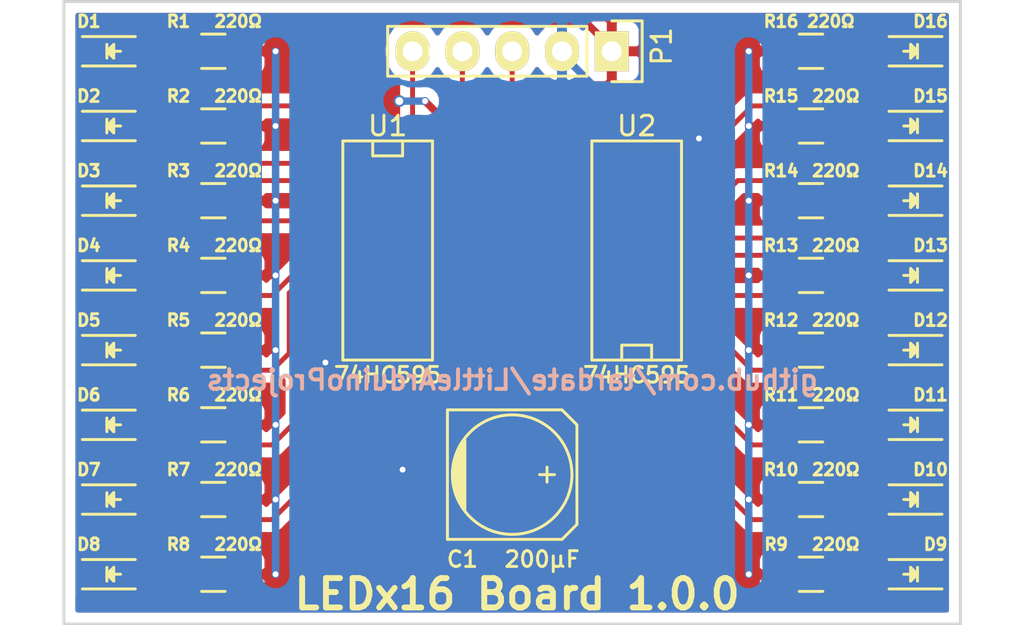
<source format=kicad_pcb>
(kicad_pcb (version 4) (host pcbnew 4.0.1-stable)

  (general
    (links 62)
    (no_connects 0)
    (area 85.439857 48.184999 138.080143 80.085001)
    (thickness 1.6)
    (drawings 6)
    (tracks 238)
    (zones 0)
    (modules 36)
    (nets 42)
  )

  (page A4)
  (title_block
    (title "16 LED Board")
    (date 2016-01-27)
    (rev 1.0.0)
    (company github.com/tardate/LittleArduinoProjects)
  )

  (layers
    (0 F.Cu signal)
    (31 B.Cu signal)
    (32 B.Adhes user)
    (33 F.Adhes user)
    (34 B.Paste user)
    (35 F.Paste user)
    (36 B.SilkS user)
    (37 F.SilkS user)
    (38 B.Mask user)
    (39 F.Mask user)
    (40 Dwgs.User user)
    (41 Cmts.User user)
    (42 Eco1.User user)
    (43 Eco2.User user)
    (44 Edge.Cuts user)
    (45 Margin user)
    (46 B.CrtYd user)
    (47 F.CrtYd user)
    (48 B.Fab user)
    (49 F.Fab user)
  )

  (setup
    (last_trace_width 0.25)
    (trace_clearance 0.2)
    (zone_clearance 0.508)
    (zone_45_only no)
    (trace_min 0.2)
    (segment_width 0.2)
    (edge_width 0.15)
    (via_size 0.6)
    (via_drill 0.4)
    (via_min_size 0.4)
    (via_min_drill 0.3)
    (uvia_size 0.3)
    (uvia_drill 0.1)
    (uvias_allowed no)
    (uvia_min_size 0.2)
    (uvia_min_drill 0.1)
    (pcb_text_width 0.3)
    (pcb_text_size 1.5 1.5)
    (mod_edge_width 0.15)
    (mod_text_size 1 1)
    (mod_text_width 0.15)
    (pad_size 1.524 1.524)
    (pad_drill 0.762)
    (pad_to_mask_clearance 0.2)
    (aux_axis_origin 0 0)
    (visible_elements FFFFFF7F)
    (pcbplotparams
      (layerselection 0x010f0_80000001)
      (usegerberextensions false)
      (excludeedgelayer true)
      (linewidth 0.100000)
      (plotframeref false)
      (viasonmask false)
      (mode 1)
      (useauxorigin false)
      (hpglpennumber 1)
      (hpglpenspeed 20)
      (hpglpendiameter 15)
      (hpglpenoverlay 2)
      (psnegative false)
      (psa4output false)
      (plotreference true)
      (plotvalue true)
      (plotinvisibletext false)
      (padsonsilk false)
      (subtractmaskfromsilk false)
      (outputformat 1)
      (mirror false)
      (drillshape 0)
      (scaleselection 1)
      (outputdirectory LEDx16_board_export/))
  )

  (net 0 "")
  (net 1 VCC)
  (net 2 GND)
  (net 3 "Net-(D1-Pad2)")
  (net 4 /led_1_1)
  (net 5 "Net-(D2-Pad2)")
  (net 6 /led_1_2)
  (net 7 "Net-(D3-Pad2)")
  (net 8 /led_1_3)
  (net 9 "Net-(D4-Pad2)")
  (net 10 /led_1_4)
  (net 11 "Net-(D5-Pad2)")
  (net 12 /led_1_5)
  (net 13 "Net-(D6-Pad2)")
  (net 14 /led_1_6)
  (net 15 "Net-(D7-Pad2)")
  (net 16 /led_1_7)
  (net 17 "Net-(D8-Pad2)")
  (net 18 /led_1_8)
  (net 19 "Net-(D9-Pad2)")
  (net 20 /led_2_1)
  (net 21 "Net-(D10-Pad2)")
  (net 22 /led_2_2)
  (net 23 "Net-(D11-Pad2)")
  (net 24 /led_2_3)
  (net 25 "Net-(D12-Pad2)")
  (net 26 /led_2_4)
  (net 27 "Net-(D13-Pad2)")
  (net 28 /led_2_5)
  (net 29 "Net-(D14-Pad2)")
  (net 30 /led_2_6)
  (net 31 "Net-(D15-Pad2)")
  (net 32 /led_2_7)
  (net 33 "Net-(D16-Pad2)")
  (net 34 /led_2_8)
  (net 35 /LATCH)
  (net 36 /CLOCK)
  (net 37 /DATA)
  (net 38 "Net-(U1-Pad13)")
  (net 39 /CARRY)
  (net 40 "Net-(U2-Pad13)")
  (net 41 "Net-(U2-Pad9)")

  (net_class Default "This is the default net class."
    (clearance 0.2)
    (trace_width 0.25)
    (via_dia 0.6)
    (via_drill 0.4)
    (uvia_dia 0.3)
    (uvia_drill 0.1)
    (add_net /CARRY)
    (add_net /CLOCK)
    (add_net /DATA)
    (add_net /LATCH)
    (add_net /led_1_1)
    (add_net /led_1_2)
    (add_net /led_1_3)
    (add_net /led_1_4)
    (add_net /led_1_5)
    (add_net /led_1_6)
    (add_net /led_1_7)
    (add_net /led_1_8)
    (add_net /led_2_1)
    (add_net /led_2_2)
    (add_net /led_2_3)
    (add_net /led_2_4)
    (add_net /led_2_5)
    (add_net /led_2_6)
    (add_net /led_2_7)
    (add_net /led_2_8)
    (add_net "Net-(D1-Pad2)")
    (add_net "Net-(D10-Pad2)")
    (add_net "Net-(D11-Pad2)")
    (add_net "Net-(D12-Pad2)")
    (add_net "Net-(D13-Pad2)")
    (add_net "Net-(D14-Pad2)")
    (add_net "Net-(D15-Pad2)")
    (add_net "Net-(D16-Pad2)")
    (add_net "Net-(D2-Pad2)")
    (add_net "Net-(D3-Pad2)")
    (add_net "Net-(D4-Pad2)")
    (add_net "Net-(D5-Pad2)")
    (add_net "Net-(D6-Pad2)")
    (add_net "Net-(D7-Pad2)")
    (add_net "Net-(D8-Pad2)")
    (add_net "Net-(D9-Pad2)")
    (add_net "Net-(U1-Pad13)")
    (add_net "Net-(U2-Pad13)")
    (add_net "Net-(U2-Pad9)")
  )

  (net_class Power ""
    (clearance 0.25)
    (trace_width 0.38)
    (via_dia 0.4)
    (via_drill 0.3)
    (uvia_dia 0.3)
    (uvia_drill 0.1)
    (add_net GND)
    (add_net VCC)
  )

  (module Capacitors_SMD:c_elec_6.3x5.3 (layer F.Cu) (tedit 56A8CBD1) (tstamp 56A8AD4D)
    (at 111.76 72.39)
    (descr "SMT capacitor, aluminium electrolytic, 6.3x5.3")
    (path /56A829BB)
    (attr smd)
    (fp_text reference C1 (at -2.54 4.318) (layer F.SilkS)
      (effects (font (size 0.8 0.8) (thickness 0.15)))
    )
    (fp_text value 200µF (at 1.524 4.318) (layer F.SilkS)
      (effects (font (size 0.8 0.8) (thickness 0.15)))
    )
    (fp_line (start -4.85 -3.65) (end 4.85 -3.65) (layer F.CrtYd) (width 0.05))
    (fp_line (start 4.85 -3.65) (end 4.85 3.65) (layer F.CrtYd) (width 0.05))
    (fp_line (start 4.85 3.65) (end -4.85 3.65) (layer F.CrtYd) (width 0.05))
    (fp_line (start -4.85 3.65) (end -4.85 -3.65) (layer F.CrtYd) (width 0.05))
    (fp_line (start -2.921 -0.762) (end -2.921 0.762) (layer F.SilkS) (width 0.15))
    (fp_line (start -2.794 1.143) (end -2.794 -1.143) (layer F.SilkS) (width 0.15))
    (fp_line (start -2.667 -1.397) (end -2.667 1.397) (layer F.SilkS) (width 0.15))
    (fp_line (start -2.54 1.651) (end -2.54 -1.651) (layer F.SilkS) (width 0.15))
    (fp_line (start -2.413 -1.778) (end -2.413 1.778) (layer F.SilkS) (width 0.15))
    (fp_line (start -3.302 -3.302) (end -3.302 3.302) (layer F.SilkS) (width 0.15))
    (fp_line (start -3.302 3.302) (end 2.54 3.302) (layer F.SilkS) (width 0.15))
    (fp_line (start 2.54 3.302) (end 3.302 2.54) (layer F.SilkS) (width 0.15))
    (fp_line (start 3.302 2.54) (end 3.302 -2.54) (layer F.SilkS) (width 0.15))
    (fp_line (start 3.302 -2.54) (end 2.54 -3.302) (layer F.SilkS) (width 0.15))
    (fp_line (start 2.54 -3.302) (end -3.302 -3.302) (layer F.SilkS) (width 0.15))
    (fp_line (start 2.159 0) (end 1.397 0) (layer F.SilkS) (width 0.15))
    (fp_line (start 1.778 -0.381) (end 1.778 0.381) (layer F.SilkS) (width 0.15))
    (fp_circle (center 0 0) (end -3.048 0) (layer F.SilkS) (width 0.15))
    (pad 1 smd rect (at 2.75082 0) (size 3.59918 1.6002) (layers F.Cu F.Paste F.Mask)
      (net 1 VCC))
    (pad 2 smd rect (at -2.75082 0) (size 3.59918 1.6002) (layers F.Cu F.Paste F.Mask)
      (net 2 GND))
    (model Capacitors_SMD.3dshapes/c_elec_6.3x5.3.wrl
      (at (xyz 0 0 0))
      (scale (xyz 1 1 1))
      (rotate (xyz 0 0 0))
    )
  )

  (module LEDs:LED_0805 (layer F.Cu) (tedit 56A8C8E8) (tstamp 56A8AD53)
    (at 91.44 50.8)
    (descr "LED 0805 smd package")
    (tags "LED 0805 SMD")
    (path /56A81DF1)
    (attr smd)
    (fp_text reference D1 (at -1.27 -1.524) (layer F.SilkS)
      (effects (font (size 0.6 0.6) (thickness 0.15)))
    )
    (fp_text value LED (at -4.318 0) (layer F.Fab)
      (effects (font (size 1 1) (thickness 0.15)))
    )
    (fp_line (start -1.6 0.75) (end 1.1 0.75) (layer F.SilkS) (width 0.15))
    (fp_line (start -1.6 -0.75) (end 1.1 -0.75) (layer F.SilkS) (width 0.15))
    (fp_line (start -0.1 0.15) (end -0.1 -0.1) (layer F.SilkS) (width 0.15))
    (fp_line (start -0.1 -0.1) (end -0.25 0.05) (layer F.SilkS) (width 0.15))
    (fp_line (start -0.35 -0.35) (end -0.35 0.35) (layer F.SilkS) (width 0.15))
    (fp_line (start 0 0) (end 0.35 0) (layer F.SilkS) (width 0.15))
    (fp_line (start -0.35 0) (end 0 -0.35) (layer F.SilkS) (width 0.15))
    (fp_line (start 0 -0.35) (end 0 0.35) (layer F.SilkS) (width 0.15))
    (fp_line (start 0 0.35) (end -0.35 0) (layer F.SilkS) (width 0.15))
    (fp_line (start 1.9 -0.95) (end 1.9 0.95) (layer F.CrtYd) (width 0.05))
    (fp_line (start 1.9 0.95) (end -1.9 0.95) (layer F.CrtYd) (width 0.05))
    (fp_line (start -1.9 0.95) (end -1.9 -0.95) (layer F.CrtYd) (width 0.05))
    (fp_line (start -1.9 -0.95) (end 1.9 -0.95) (layer F.CrtYd) (width 0.05))
    (pad 2 smd rect (at 1.04902 0 180) (size 1.19888 1.19888) (layers F.Cu F.Paste F.Mask)
      (net 3 "Net-(D1-Pad2)"))
    (pad 1 smd rect (at -1.04902 0 180) (size 1.19888 1.19888) (layers F.Cu F.Paste F.Mask)
      (net 4 /led_1_1))
    (model LEDs.3dshapes/LED_0805.wrl
      (at (xyz 0 0 0))
      (scale (xyz 1 1 1))
      (rotate (xyz 0 0 0))
    )
  )

  (module LEDs:LED_0805 (layer F.Cu) (tedit 56A8C8EE) (tstamp 56A8AD59)
    (at 91.44 54.61)
    (descr "LED 0805 smd package")
    (tags "LED 0805 SMD")
    (path /56A81E7F)
    (attr smd)
    (fp_text reference D2 (at -1.27 -1.524) (layer F.SilkS)
      (effects (font (size 0.6 0.6) (thickness 0.15)))
    )
    (fp_text value LED (at -4.318 0) (layer F.Fab)
      (effects (font (size 1 1) (thickness 0.15)))
    )
    (fp_line (start -1.6 0.75) (end 1.1 0.75) (layer F.SilkS) (width 0.15))
    (fp_line (start -1.6 -0.75) (end 1.1 -0.75) (layer F.SilkS) (width 0.15))
    (fp_line (start -0.1 0.15) (end -0.1 -0.1) (layer F.SilkS) (width 0.15))
    (fp_line (start -0.1 -0.1) (end -0.25 0.05) (layer F.SilkS) (width 0.15))
    (fp_line (start -0.35 -0.35) (end -0.35 0.35) (layer F.SilkS) (width 0.15))
    (fp_line (start 0 0) (end 0.35 0) (layer F.SilkS) (width 0.15))
    (fp_line (start -0.35 0) (end 0 -0.35) (layer F.SilkS) (width 0.15))
    (fp_line (start 0 -0.35) (end 0 0.35) (layer F.SilkS) (width 0.15))
    (fp_line (start 0 0.35) (end -0.35 0) (layer F.SilkS) (width 0.15))
    (fp_line (start 1.9 -0.95) (end 1.9 0.95) (layer F.CrtYd) (width 0.05))
    (fp_line (start 1.9 0.95) (end -1.9 0.95) (layer F.CrtYd) (width 0.05))
    (fp_line (start -1.9 0.95) (end -1.9 -0.95) (layer F.CrtYd) (width 0.05))
    (fp_line (start -1.9 -0.95) (end 1.9 -0.95) (layer F.CrtYd) (width 0.05))
    (pad 2 smd rect (at 1.04902 0 180) (size 1.19888 1.19888) (layers F.Cu F.Paste F.Mask)
      (net 5 "Net-(D2-Pad2)"))
    (pad 1 smd rect (at -1.04902 0 180) (size 1.19888 1.19888) (layers F.Cu F.Paste F.Mask)
      (net 6 /led_1_2))
    (model LEDs.3dshapes/LED_0805.wrl
      (at (xyz 0 0 0))
      (scale (xyz 1 1 1))
      (rotate (xyz 0 0 0))
    )
  )

  (module LEDs:LED_0805 (layer F.Cu) (tedit 56A8C8F5) (tstamp 56A8AD5F)
    (at 91.44 58.42)
    (descr "LED 0805 smd package")
    (tags "LED 0805 SMD")
    (path /56A81E9E)
    (attr smd)
    (fp_text reference D3 (at -1.27 -1.524) (layer F.SilkS)
      (effects (font (size 0.6 0.6) (thickness 0.15)))
    )
    (fp_text value LED (at -4.318 -0.254) (layer F.Fab)
      (effects (font (size 1 1) (thickness 0.15)))
    )
    (fp_line (start -1.6 0.75) (end 1.1 0.75) (layer F.SilkS) (width 0.15))
    (fp_line (start -1.6 -0.75) (end 1.1 -0.75) (layer F.SilkS) (width 0.15))
    (fp_line (start -0.1 0.15) (end -0.1 -0.1) (layer F.SilkS) (width 0.15))
    (fp_line (start -0.1 -0.1) (end -0.25 0.05) (layer F.SilkS) (width 0.15))
    (fp_line (start -0.35 -0.35) (end -0.35 0.35) (layer F.SilkS) (width 0.15))
    (fp_line (start 0 0) (end 0.35 0) (layer F.SilkS) (width 0.15))
    (fp_line (start -0.35 0) (end 0 -0.35) (layer F.SilkS) (width 0.15))
    (fp_line (start 0 -0.35) (end 0 0.35) (layer F.SilkS) (width 0.15))
    (fp_line (start 0 0.35) (end -0.35 0) (layer F.SilkS) (width 0.15))
    (fp_line (start 1.9 -0.95) (end 1.9 0.95) (layer F.CrtYd) (width 0.05))
    (fp_line (start 1.9 0.95) (end -1.9 0.95) (layer F.CrtYd) (width 0.05))
    (fp_line (start -1.9 0.95) (end -1.9 -0.95) (layer F.CrtYd) (width 0.05))
    (fp_line (start -1.9 -0.95) (end 1.9 -0.95) (layer F.CrtYd) (width 0.05))
    (pad 2 smd rect (at 1.04902 0 180) (size 1.19888 1.19888) (layers F.Cu F.Paste F.Mask)
      (net 7 "Net-(D3-Pad2)"))
    (pad 1 smd rect (at -1.04902 0 180) (size 1.19888 1.19888) (layers F.Cu F.Paste F.Mask)
      (net 8 /led_1_3))
    (model LEDs.3dshapes/LED_0805.wrl
      (at (xyz 0 0 0))
      (scale (xyz 1 1 1))
      (rotate (xyz 0 0 0))
    )
  )

  (module LEDs:LED_0805 (layer F.Cu) (tedit 56A8C8FB) (tstamp 56A8AD65)
    (at 91.44 62.23)
    (descr "LED 0805 smd package")
    (tags "LED 0805 SMD")
    (path /56A81EC2)
    (attr smd)
    (fp_text reference D4 (at -1.27 -1.524) (layer F.SilkS)
      (effects (font (size 0.6 0.6) (thickness 0.15)))
    )
    (fp_text value LED (at -4.318 0) (layer F.Fab)
      (effects (font (size 1 1) (thickness 0.15)))
    )
    (fp_line (start -1.6 0.75) (end 1.1 0.75) (layer F.SilkS) (width 0.15))
    (fp_line (start -1.6 -0.75) (end 1.1 -0.75) (layer F.SilkS) (width 0.15))
    (fp_line (start -0.1 0.15) (end -0.1 -0.1) (layer F.SilkS) (width 0.15))
    (fp_line (start -0.1 -0.1) (end -0.25 0.05) (layer F.SilkS) (width 0.15))
    (fp_line (start -0.35 -0.35) (end -0.35 0.35) (layer F.SilkS) (width 0.15))
    (fp_line (start 0 0) (end 0.35 0) (layer F.SilkS) (width 0.15))
    (fp_line (start -0.35 0) (end 0 -0.35) (layer F.SilkS) (width 0.15))
    (fp_line (start 0 -0.35) (end 0 0.35) (layer F.SilkS) (width 0.15))
    (fp_line (start 0 0.35) (end -0.35 0) (layer F.SilkS) (width 0.15))
    (fp_line (start 1.9 -0.95) (end 1.9 0.95) (layer F.CrtYd) (width 0.05))
    (fp_line (start 1.9 0.95) (end -1.9 0.95) (layer F.CrtYd) (width 0.05))
    (fp_line (start -1.9 0.95) (end -1.9 -0.95) (layer F.CrtYd) (width 0.05))
    (fp_line (start -1.9 -0.95) (end 1.9 -0.95) (layer F.CrtYd) (width 0.05))
    (pad 2 smd rect (at 1.04902 0 180) (size 1.19888 1.19888) (layers F.Cu F.Paste F.Mask)
      (net 9 "Net-(D4-Pad2)"))
    (pad 1 smd rect (at -1.04902 0 180) (size 1.19888 1.19888) (layers F.Cu F.Paste F.Mask)
      (net 10 /led_1_4))
    (model LEDs.3dshapes/LED_0805.wrl
      (at (xyz 0 0 0))
      (scale (xyz 1 1 1))
      (rotate (xyz 0 0 0))
    )
  )

  (module LEDs:LED_0805 (layer F.Cu) (tedit 56A8C903) (tstamp 56A8AD6B)
    (at 91.44 66.04)
    (descr "LED 0805 smd package")
    (tags "LED 0805 SMD")
    (path /56A81EE7)
    (attr smd)
    (fp_text reference D5 (at -1.27 -1.524) (layer F.SilkS)
      (effects (font (size 0.6 0.6) (thickness 0.15)))
    )
    (fp_text value LED (at -4.318 0) (layer F.Fab)
      (effects (font (size 1 1) (thickness 0.15)))
    )
    (fp_line (start -1.6 0.75) (end 1.1 0.75) (layer F.SilkS) (width 0.15))
    (fp_line (start -1.6 -0.75) (end 1.1 -0.75) (layer F.SilkS) (width 0.15))
    (fp_line (start -0.1 0.15) (end -0.1 -0.1) (layer F.SilkS) (width 0.15))
    (fp_line (start -0.1 -0.1) (end -0.25 0.05) (layer F.SilkS) (width 0.15))
    (fp_line (start -0.35 -0.35) (end -0.35 0.35) (layer F.SilkS) (width 0.15))
    (fp_line (start 0 0) (end 0.35 0) (layer F.SilkS) (width 0.15))
    (fp_line (start -0.35 0) (end 0 -0.35) (layer F.SilkS) (width 0.15))
    (fp_line (start 0 -0.35) (end 0 0.35) (layer F.SilkS) (width 0.15))
    (fp_line (start 0 0.35) (end -0.35 0) (layer F.SilkS) (width 0.15))
    (fp_line (start 1.9 -0.95) (end 1.9 0.95) (layer F.CrtYd) (width 0.05))
    (fp_line (start 1.9 0.95) (end -1.9 0.95) (layer F.CrtYd) (width 0.05))
    (fp_line (start -1.9 0.95) (end -1.9 -0.95) (layer F.CrtYd) (width 0.05))
    (fp_line (start -1.9 -0.95) (end 1.9 -0.95) (layer F.CrtYd) (width 0.05))
    (pad 2 smd rect (at 1.04902 0 180) (size 1.19888 1.19888) (layers F.Cu F.Paste F.Mask)
      (net 11 "Net-(D5-Pad2)"))
    (pad 1 smd rect (at -1.04902 0 180) (size 1.19888 1.19888) (layers F.Cu F.Paste F.Mask)
      (net 12 /led_1_5))
    (model LEDs.3dshapes/LED_0805.wrl
      (at (xyz 0 0 0))
      (scale (xyz 1 1 1))
      (rotate (xyz 0 0 0))
    )
  )

  (module LEDs:LED_0805 (layer F.Cu) (tedit 56A8C908) (tstamp 56A8AD71)
    (at 91.44 69.85)
    (descr "LED 0805 smd package")
    (tags "LED 0805 SMD")
    (path /56A81F4E)
    (attr smd)
    (fp_text reference D6 (at -1.27 -1.524) (layer F.SilkS)
      (effects (font (size 0.6 0.6) (thickness 0.15)))
    )
    (fp_text value LED (at -4.318 0) (layer F.Fab)
      (effects (font (size 1 1) (thickness 0.15)))
    )
    (fp_line (start -1.6 0.75) (end 1.1 0.75) (layer F.SilkS) (width 0.15))
    (fp_line (start -1.6 -0.75) (end 1.1 -0.75) (layer F.SilkS) (width 0.15))
    (fp_line (start -0.1 0.15) (end -0.1 -0.1) (layer F.SilkS) (width 0.15))
    (fp_line (start -0.1 -0.1) (end -0.25 0.05) (layer F.SilkS) (width 0.15))
    (fp_line (start -0.35 -0.35) (end -0.35 0.35) (layer F.SilkS) (width 0.15))
    (fp_line (start 0 0) (end 0.35 0) (layer F.SilkS) (width 0.15))
    (fp_line (start -0.35 0) (end 0 -0.35) (layer F.SilkS) (width 0.15))
    (fp_line (start 0 -0.35) (end 0 0.35) (layer F.SilkS) (width 0.15))
    (fp_line (start 0 0.35) (end -0.35 0) (layer F.SilkS) (width 0.15))
    (fp_line (start 1.9 -0.95) (end 1.9 0.95) (layer F.CrtYd) (width 0.05))
    (fp_line (start 1.9 0.95) (end -1.9 0.95) (layer F.CrtYd) (width 0.05))
    (fp_line (start -1.9 0.95) (end -1.9 -0.95) (layer F.CrtYd) (width 0.05))
    (fp_line (start -1.9 -0.95) (end 1.9 -0.95) (layer F.CrtYd) (width 0.05))
    (pad 2 smd rect (at 1.04902 0 180) (size 1.19888 1.19888) (layers F.Cu F.Paste F.Mask)
      (net 13 "Net-(D6-Pad2)"))
    (pad 1 smd rect (at -1.04902 0 180) (size 1.19888 1.19888) (layers F.Cu F.Paste F.Mask)
      (net 14 /led_1_6))
    (model LEDs.3dshapes/LED_0805.wrl
      (at (xyz 0 0 0))
      (scale (xyz 1 1 1))
      (rotate (xyz 0 0 0))
    )
  )

  (module LEDs:LED_0805 (layer F.Cu) (tedit 56A8C90D) (tstamp 56A8AD77)
    (at 91.44 73.66)
    (descr "LED 0805 smd package")
    (tags "LED 0805 SMD")
    (path /56A81F79)
    (attr smd)
    (fp_text reference D7 (at -1.27 -1.524) (layer F.SilkS)
      (effects (font (size 0.6 0.6) (thickness 0.15)))
    )
    (fp_text value LED (at -4.318 0) (layer F.Fab)
      (effects (font (size 1 1) (thickness 0.15)))
    )
    (fp_line (start -1.6 0.75) (end 1.1 0.75) (layer F.SilkS) (width 0.15))
    (fp_line (start -1.6 -0.75) (end 1.1 -0.75) (layer F.SilkS) (width 0.15))
    (fp_line (start -0.1 0.15) (end -0.1 -0.1) (layer F.SilkS) (width 0.15))
    (fp_line (start -0.1 -0.1) (end -0.25 0.05) (layer F.SilkS) (width 0.15))
    (fp_line (start -0.35 -0.35) (end -0.35 0.35) (layer F.SilkS) (width 0.15))
    (fp_line (start 0 0) (end 0.35 0) (layer F.SilkS) (width 0.15))
    (fp_line (start -0.35 0) (end 0 -0.35) (layer F.SilkS) (width 0.15))
    (fp_line (start 0 -0.35) (end 0 0.35) (layer F.SilkS) (width 0.15))
    (fp_line (start 0 0.35) (end -0.35 0) (layer F.SilkS) (width 0.15))
    (fp_line (start 1.9 -0.95) (end 1.9 0.95) (layer F.CrtYd) (width 0.05))
    (fp_line (start 1.9 0.95) (end -1.9 0.95) (layer F.CrtYd) (width 0.05))
    (fp_line (start -1.9 0.95) (end -1.9 -0.95) (layer F.CrtYd) (width 0.05))
    (fp_line (start -1.9 -0.95) (end 1.9 -0.95) (layer F.CrtYd) (width 0.05))
    (pad 2 smd rect (at 1.04902 0 180) (size 1.19888 1.19888) (layers F.Cu F.Paste F.Mask)
      (net 15 "Net-(D7-Pad2)"))
    (pad 1 smd rect (at -1.04902 0 180) (size 1.19888 1.19888) (layers F.Cu F.Paste F.Mask)
      (net 16 /led_1_7))
    (model LEDs.3dshapes/LED_0805.wrl
      (at (xyz 0 0 0))
      (scale (xyz 1 1 1))
      (rotate (xyz 0 0 0))
    )
  )

  (module LEDs:LED_0805 (layer F.Cu) (tedit 56A8C912) (tstamp 56A8AD7D)
    (at 91.44 77.47)
    (descr "LED 0805 smd package")
    (tags "LED 0805 SMD")
    (path /56A81FA7)
    (attr smd)
    (fp_text reference D8 (at -1.27 -1.524) (layer F.SilkS)
      (effects (font (size 0.6 0.6) (thickness 0.15)))
    )
    (fp_text value LED (at -4.318 0) (layer F.Fab)
      (effects (font (size 1 1) (thickness 0.15)))
    )
    (fp_line (start -1.6 0.75) (end 1.1 0.75) (layer F.SilkS) (width 0.15))
    (fp_line (start -1.6 -0.75) (end 1.1 -0.75) (layer F.SilkS) (width 0.15))
    (fp_line (start -0.1 0.15) (end -0.1 -0.1) (layer F.SilkS) (width 0.15))
    (fp_line (start -0.1 -0.1) (end -0.25 0.05) (layer F.SilkS) (width 0.15))
    (fp_line (start -0.35 -0.35) (end -0.35 0.35) (layer F.SilkS) (width 0.15))
    (fp_line (start 0 0) (end 0.35 0) (layer F.SilkS) (width 0.15))
    (fp_line (start -0.35 0) (end 0 -0.35) (layer F.SilkS) (width 0.15))
    (fp_line (start 0 -0.35) (end 0 0.35) (layer F.SilkS) (width 0.15))
    (fp_line (start 0 0.35) (end -0.35 0) (layer F.SilkS) (width 0.15))
    (fp_line (start 1.9 -0.95) (end 1.9 0.95) (layer F.CrtYd) (width 0.05))
    (fp_line (start 1.9 0.95) (end -1.9 0.95) (layer F.CrtYd) (width 0.05))
    (fp_line (start -1.9 0.95) (end -1.9 -0.95) (layer F.CrtYd) (width 0.05))
    (fp_line (start -1.9 -0.95) (end 1.9 -0.95) (layer F.CrtYd) (width 0.05))
    (pad 2 smd rect (at 1.04902 0 180) (size 1.19888 1.19888) (layers F.Cu F.Paste F.Mask)
      (net 17 "Net-(D8-Pad2)"))
    (pad 1 smd rect (at -1.04902 0 180) (size 1.19888 1.19888) (layers F.Cu F.Paste F.Mask)
      (net 18 /led_1_8))
    (model LEDs.3dshapes/LED_0805.wrl
      (at (xyz 0 0 0))
      (scale (xyz 1 1 1))
      (rotate (xyz 0 0 0))
    )
  )

  (module LEDs:LED_0805 (layer F.Cu) (tedit 56A8C93C) (tstamp 56A8AD83)
    (at 132.08 77.47 180)
    (descr "LED 0805 smd package")
    (tags "LED 0805 SMD")
    (path /56A81FD6)
    (attr smd)
    (fp_text reference D9 (at -1.27 1.524 180) (layer F.SilkS)
      (effects (font (size 0.6 0.6) (thickness 0.15)))
    )
    (fp_text value LED (at -4.318 0 180) (layer F.Fab)
      (effects (font (size 1 1) (thickness 0.15)))
    )
    (fp_line (start -1.6 0.75) (end 1.1 0.75) (layer F.SilkS) (width 0.15))
    (fp_line (start -1.6 -0.75) (end 1.1 -0.75) (layer F.SilkS) (width 0.15))
    (fp_line (start -0.1 0.15) (end -0.1 -0.1) (layer F.SilkS) (width 0.15))
    (fp_line (start -0.1 -0.1) (end -0.25 0.05) (layer F.SilkS) (width 0.15))
    (fp_line (start -0.35 -0.35) (end -0.35 0.35) (layer F.SilkS) (width 0.15))
    (fp_line (start 0 0) (end 0.35 0) (layer F.SilkS) (width 0.15))
    (fp_line (start -0.35 0) (end 0 -0.35) (layer F.SilkS) (width 0.15))
    (fp_line (start 0 -0.35) (end 0 0.35) (layer F.SilkS) (width 0.15))
    (fp_line (start 0 0.35) (end -0.35 0) (layer F.SilkS) (width 0.15))
    (fp_line (start 1.9 -0.95) (end 1.9 0.95) (layer F.CrtYd) (width 0.05))
    (fp_line (start 1.9 0.95) (end -1.9 0.95) (layer F.CrtYd) (width 0.05))
    (fp_line (start -1.9 0.95) (end -1.9 -0.95) (layer F.CrtYd) (width 0.05))
    (fp_line (start -1.9 -0.95) (end 1.9 -0.95) (layer F.CrtYd) (width 0.05))
    (pad 2 smd rect (at 1.04902 0) (size 1.19888 1.19888) (layers F.Cu F.Paste F.Mask)
      (net 19 "Net-(D9-Pad2)"))
    (pad 1 smd rect (at -1.04902 0) (size 1.19888 1.19888) (layers F.Cu F.Paste F.Mask)
      (net 20 /led_2_1))
    (model LEDs.3dshapes/LED_0805.wrl
      (at (xyz 0 0 0))
      (scale (xyz 1 1 1))
      (rotate (xyz 0 0 0))
    )
  )

  (module LEDs:LED_0805 (layer F.Cu) (tedit 56A8C937) (tstamp 56A8AD89)
    (at 132.08 73.66 180)
    (descr "LED 0805 smd package")
    (tags "LED 0805 SMD")
    (path /56A82015)
    (attr smd)
    (fp_text reference D10 (at -1.016 1.524 180) (layer F.SilkS)
      (effects (font (size 0.6 0.6) (thickness 0.15)))
    )
    (fp_text value LED (at -4.318 0 180) (layer F.Fab)
      (effects (font (size 1 1) (thickness 0.15)))
    )
    (fp_line (start -1.6 0.75) (end 1.1 0.75) (layer F.SilkS) (width 0.15))
    (fp_line (start -1.6 -0.75) (end 1.1 -0.75) (layer F.SilkS) (width 0.15))
    (fp_line (start -0.1 0.15) (end -0.1 -0.1) (layer F.SilkS) (width 0.15))
    (fp_line (start -0.1 -0.1) (end -0.25 0.05) (layer F.SilkS) (width 0.15))
    (fp_line (start -0.35 -0.35) (end -0.35 0.35) (layer F.SilkS) (width 0.15))
    (fp_line (start 0 0) (end 0.35 0) (layer F.SilkS) (width 0.15))
    (fp_line (start -0.35 0) (end 0 -0.35) (layer F.SilkS) (width 0.15))
    (fp_line (start 0 -0.35) (end 0 0.35) (layer F.SilkS) (width 0.15))
    (fp_line (start 0 0.35) (end -0.35 0) (layer F.SilkS) (width 0.15))
    (fp_line (start 1.9 -0.95) (end 1.9 0.95) (layer F.CrtYd) (width 0.05))
    (fp_line (start 1.9 0.95) (end -1.9 0.95) (layer F.CrtYd) (width 0.05))
    (fp_line (start -1.9 0.95) (end -1.9 -0.95) (layer F.CrtYd) (width 0.05))
    (fp_line (start -1.9 -0.95) (end 1.9 -0.95) (layer F.CrtYd) (width 0.05))
    (pad 2 smd rect (at 1.04902 0) (size 1.19888 1.19888) (layers F.Cu F.Paste F.Mask)
      (net 21 "Net-(D10-Pad2)"))
    (pad 1 smd rect (at -1.04902 0) (size 1.19888 1.19888) (layers F.Cu F.Paste F.Mask)
      (net 22 /led_2_2))
    (model LEDs.3dshapes/LED_0805.wrl
      (at (xyz 0 0 0))
      (scale (xyz 1 1 1))
      (rotate (xyz 0 0 0))
    )
  )

  (module LEDs:LED_0805 (layer F.Cu) (tedit 56A8C932) (tstamp 56A8AD8F)
    (at 132.08 69.85 180)
    (descr "LED 0805 smd package")
    (tags "LED 0805 SMD")
    (path /56A82055)
    (attr smd)
    (fp_text reference D11 (at -1.016 1.524 180) (layer F.SilkS)
      (effects (font (size 0.6 0.6) (thickness 0.15)))
    )
    (fp_text value LED (at -4.318 0 180) (layer F.Fab)
      (effects (font (size 1 1) (thickness 0.15)))
    )
    (fp_line (start -1.6 0.75) (end 1.1 0.75) (layer F.SilkS) (width 0.15))
    (fp_line (start -1.6 -0.75) (end 1.1 -0.75) (layer F.SilkS) (width 0.15))
    (fp_line (start -0.1 0.15) (end -0.1 -0.1) (layer F.SilkS) (width 0.15))
    (fp_line (start -0.1 -0.1) (end -0.25 0.05) (layer F.SilkS) (width 0.15))
    (fp_line (start -0.35 -0.35) (end -0.35 0.35) (layer F.SilkS) (width 0.15))
    (fp_line (start 0 0) (end 0.35 0) (layer F.SilkS) (width 0.15))
    (fp_line (start -0.35 0) (end 0 -0.35) (layer F.SilkS) (width 0.15))
    (fp_line (start 0 -0.35) (end 0 0.35) (layer F.SilkS) (width 0.15))
    (fp_line (start 0 0.35) (end -0.35 0) (layer F.SilkS) (width 0.15))
    (fp_line (start 1.9 -0.95) (end 1.9 0.95) (layer F.CrtYd) (width 0.05))
    (fp_line (start 1.9 0.95) (end -1.9 0.95) (layer F.CrtYd) (width 0.05))
    (fp_line (start -1.9 0.95) (end -1.9 -0.95) (layer F.CrtYd) (width 0.05))
    (fp_line (start -1.9 -0.95) (end 1.9 -0.95) (layer F.CrtYd) (width 0.05))
    (pad 2 smd rect (at 1.04902 0) (size 1.19888 1.19888) (layers F.Cu F.Paste F.Mask)
      (net 23 "Net-(D11-Pad2)"))
    (pad 1 smd rect (at -1.04902 0) (size 1.19888 1.19888) (layers F.Cu F.Paste F.Mask)
      (net 24 /led_2_3))
    (model LEDs.3dshapes/LED_0805.wrl
      (at (xyz 0 0 0))
      (scale (xyz 1 1 1))
      (rotate (xyz 0 0 0))
    )
  )

  (module LEDs:LED_0805 (layer F.Cu) (tedit 56A8C92D) (tstamp 56A8AD95)
    (at 132.08 66.04 180)
    (descr "LED 0805 smd package")
    (tags "LED 0805 SMD")
    (path /56A8208D)
    (attr smd)
    (fp_text reference D12 (at -1.016 1.524 180) (layer F.SilkS)
      (effects (font (size 0.6 0.6) (thickness 0.15)))
    )
    (fp_text value LED (at -4.318 0 180) (layer F.Fab)
      (effects (font (size 1 1) (thickness 0.15)))
    )
    (fp_line (start -1.6 0.75) (end 1.1 0.75) (layer F.SilkS) (width 0.15))
    (fp_line (start -1.6 -0.75) (end 1.1 -0.75) (layer F.SilkS) (width 0.15))
    (fp_line (start -0.1 0.15) (end -0.1 -0.1) (layer F.SilkS) (width 0.15))
    (fp_line (start -0.1 -0.1) (end -0.25 0.05) (layer F.SilkS) (width 0.15))
    (fp_line (start -0.35 -0.35) (end -0.35 0.35) (layer F.SilkS) (width 0.15))
    (fp_line (start 0 0) (end 0.35 0) (layer F.SilkS) (width 0.15))
    (fp_line (start -0.35 0) (end 0 -0.35) (layer F.SilkS) (width 0.15))
    (fp_line (start 0 -0.35) (end 0 0.35) (layer F.SilkS) (width 0.15))
    (fp_line (start 0 0.35) (end -0.35 0) (layer F.SilkS) (width 0.15))
    (fp_line (start 1.9 -0.95) (end 1.9 0.95) (layer F.CrtYd) (width 0.05))
    (fp_line (start 1.9 0.95) (end -1.9 0.95) (layer F.CrtYd) (width 0.05))
    (fp_line (start -1.9 0.95) (end -1.9 -0.95) (layer F.CrtYd) (width 0.05))
    (fp_line (start -1.9 -0.95) (end 1.9 -0.95) (layer F.CrtYd) (width 0.05))
    (pad 2 smd rect (at 1.04902 0) (size 1.19888 1.19888) (layers F.Cu F.Paste F.Mask)
      (net 25 "Net-(D12-Pad2)"))
    (pad 1 smd rect (at -1.04902 0) (size 1.19888 1.19888) (layers F.Cu F.Paste F.Mask)
      (net 26 /led_2_4))
    (model LEDs.3dshapes/LED_0805.wrl
      (at (xyz 0 0 0))
      (scale (xyz 1 1 1))
      (rotate (xyz 0 0 0))
    )
  )

  (module LEDs:LED_0805 (layer F.Cu) (tedit 56A8C928) (tstamp 56A8AD9B)
    (at 132.08 62.23 180)
    (descr "LED 0805 smd package")
    (tags "LED 0805 SMD")
    (path /56A820C8)
    (attr smd)
    (fp_text reference D13 (at -1.016 1.524 180) (layer F.SilkS)
      (effects (font (size 0.6 0.6) (thickness 0.15)))
    )
    (fp_text value LED (at -4.318 0 180) (layer F.Fab)
      (effects (font (size 1 1) (thickness 0.15)))
    )
    (fp_line (start -1.6 0.75) (end 1.1 0.75) (layer F.SilkS) (width 0.15))
    (fp_line (start -1.6 -0.75) (end 1.1 -0.75) (layer F.SilkS) (width 0.15))
    (fp_line (start -0.1 0.15) (end -0.1 -0.1) (layer F.SilkS) (width 0.15))
    (fp_line (start -0.1 -0.1) (end -0.25 0.05) (layer F.SilkS) (width 0.15))
    (fp_line (start -0.35 -0.35) (end -0.35 0.35) (layer F.SilkS) (width 0.15))
    (fp_line (start 0 0) (end 0.35 0) (layer F.SilkS) (width 0.15))
    (fp_line (start -0.35 0) (end 0 -0.35) (layer F.SilkS) (width 0.15))
    (fp_line (start 0 -0.35) (end 0 0.35) (layer F.SilkS) (width 0.15))
    (fp_line (start 0 0.35) (end -0.35 0) (layer F.SilkS) (width 0.15))
    (fp_line (start 1.9 -0.95) (end 1.9 0.95) (layer F.CrtYd) (width 0.05))
    (fp_line (start 1.9 0.95) (end -1.9 0.95) (layer F.CrtYd) (width 0.05))
    (fp_line (start -1.9 0.95) (end -1.9 -0.95) (layer F.CrtYd) (width 0.05))
    (fp_line (start -1.9 -0.95) (end 1.9 -0.95) (layer F.CrtYd) (width 0.05))
    (pad 2 smd rect (at 1.04902 0) (size 1.19888 1.19888) (layers F.Cu F.Paste F.Mask)
      (net 27 "Net-(D13-Pad2)"))
    (pad 1 smd rect (at -1.04902 0) (size 1.19888 1.19888) (layers F.Cu F.Paste F.Mask)
      (net 28 /led_2_5))
    (model LEDs.3dshapes/LED_0805.wrl
      (at (xyz 0 0 0))
      (scale (xyz 1 1 1))
      (rotate (xyz 0 0 0))
    )
  )

  (module LEDs:LED_0805 (layer F.Cu) (tedit 56A8C923) (tstamp 56A8ADA1)
    (at 132.08 58.42 180)
    (descr "LED 0805 smd package")
    (tags "LED 0805 SMD")
    (path /56A82107)
    (attr smd)
    (fp_text reference D14 (at -1.016 1.524 180) (layer F.SilkS)
      (effects (font (size 0.6 0.6) (thickness 0.15)))
    )
    (fp_text value LED (at -4.318 0 180) (layer F.Fab)
      (effects (font (size 1 1) (thickness 0.15)))
    )
    (fp_line (start -1.6 0.75) (end 1.1 0.75) (layer F.SilkS) (width 0.15))
    (fp_line (start -1.6 -0.75) (end 1.1 -0.75) (layer F.SilkS) (width 0.15))
    (fp_line (start -0.1 0.15) (end -0.1 -0.1) (layer F.SilkS) (width 0.15))
    (fp_line (start -0.1 -0.1) (end -0.25 0.05) (layer F.SilkS) (width 0.15))
    (fp_line (start -0.35 -0.35) (end -0.35 0.35) (layer F.SilkS) (width 0.15))
    (fp_line (start 0 0) (end 0.35 0) (layer F.SilkS) (width 0.15))
    (fp_line (start -0.35 0) (end 0 -0.35) (layer F.SilkS) (width 0.15))
    (fp_line (start 0 -0.35) (end 0 0.35) (layer F.SilkS) (width 0.15))
    (fp_line (start 0 0.35) (end -0.35 0) (layer F.SilkS) (width 0.15))
    (fp_line (start 1.9 -0.95) (end 1.9 0.95) (layer F.CrtYd) (width 0.05))
    (fp_line (start 1.9 0.95) (end -1.9 0.95) (layer F.CrtYd) (width 0.05))
    (fp_line (start -1.9 0.95) (end -1.9 -0.95) (layer F.CrtYd) (width 0.05))
    (fp_line (start -1.9 -0.95) (end 1.9 -0.95) (layer F.CrtYd) (width 0.05))
    (pad 2 smd rect (at 1.04902 0) (size 1.19888 1.19888) (layers F.Cu F.Paste F.Mask)
      (net 29 "Net-(D14-Pad2)"))
    (pad 1 smd rect (at -1.04902 0) (size 1.19888 1.19888) (layers F.Cu F.Paste F.Mask)
      (net 30 /led_2_6))
    (model LEDs.3dshapes/LED_0805.wrl
      (at (xyz 0 0 0))
      (scale (xyz 1 1 1))
      (rotate (xyz 0 0 0))
    )
  )

  (module LEDs:LED_0805 (layer F.Cu) (tedit 56A8C91E) (tstamp 56A8ADA7)
    (at 132.08 54.61 180)
    (descr "LED 0805 smd package")
    (tags "LED 0805 SMD")
    (path /56A82148)
    (attr smd)
    (fp_text reference D15 (at -1.016 1.524 180) (layer F.SilkS)
      (effects (font (size 0.6 0.6) (thickness 0.15)))
    )
    (fp_text value LED (at -4.318 0 180) (layer F.Fab)
      (effects (font (size 1 1) (thickness 0.15)))
    )
    (fp_line (start -1.6 0.75) (end 1.1 0.75) (layer F.SilkS) (width 0.15))
    (fp_line (start -1.6 -0.75) (end 1.1 -0.75) (layer F.SilkS) (width 0.15))
    (fp_line (start -0.1 0.15) (end -0.1 -0.1) (layer F.SilkS) (width 0.15))
    (fp_line (start -0.1 -0.1) (end -0.25 0.05) (layer F.SilkS) (width 0.15))
    (fp_line (start -0.35 -0.35) (end -0.35 0.35) (layer F.SilkS) (width 0.15))
    (fp_line (start 0 0) (end 0.35 0) (layer F.SilkS) (width 0.15))
    (fp_line (start -0.35 0) (end 0 -0.35) (layer F.SilkS) (width 0.15))
    (fp_line (start 0 -0.35) (end 0 0.35) (layer F.SilkS) (width 0.15))
    (fp_line (start 0 0.35) (end -0.35 0) (layer F.SilkS) (width 0.15))
    (fp_line (start 1.9 -0.95) (end 1.9 0.95) (layer F.CrtYd) (width 0.05))
    (fp_line (start 1.9 0.95) (end -1.9 0.95) (layer F.CrtYd) (width 0.05))
    (fp_line (start -1.9 0.95) (end -1.9 -0.95) (layer F.CrtYd) (width 0.05))
    (fp_line (start -1.9 -0.95) (end 1.9 -0.95) (layer F.CrtYd) (width 0.05))
    (pad 2 smd rect (at 1.04902 0) (size 1.19888 1.19888) (layers F.Cu F.Paste F.Mask)
      (net 31 "Net-(D15-Pad2)"))
    (pad 1 smd rect (at -1.04902 0) (size 1.19888 1.19888) (layers F.Cu F.Paste F.Mask)
      (net 32 /led_2_7))
    (model LEDs.3dshapes/LED_0805.wrl
      (at (xyz 0 0 0))
      (scale (xyz 1 1 1))
      (rotate (xyz 0 0 0))
    )
  )

  (module LEDs:LED_0805 (layer F.Cu) (tedit 56A8C918) (tstamp 56A8ADAD)
    (at 132.08 50.8 180)
    (descr "LED 0805 smd package")
    (tags "LED 0805 SMD")
    (path /56A8218C)
    (attr smd)
    (fp_text reference D16 (at -1.016 1.524 180) (layer F.SilkS)
      (effects (font (size 0.6 0.6) (thickness 0.15)))
    )
    (fp_text value LED (at -4.318 0 180) (layer F.Fab)
      (effects (font (size 1 1) (thickness 0.15)))
    )
    (fp_line (start -1.6 0.75) (end 1.1 0.75) (layer F.SilkS) (width 0.15))
    (fp_line (start -1.6 -0.75) (end 1.1 -0.75) (layer F.SilkS) (width 0.15))
    (fp_line (start -0.1 0.15) (end -0.1 -0.1) (layer F.SilkS) (width 0.15))
    (fp_line (start -0.1 -0.1) (end -0.25 0.05) (layer F.SilkS) (width 0.15))
    (fp_line (start -0.35 -0.35) (end -0.35 0.35) (layer F.SilkS) (width 0.15))
    (fp_line (start 0 0) (end 0.35 0) (layer F.SilkS) (width 0.15))
    (fp_line (start -0.35 0) (end 0 -0.35) (layer F.SilkS) (width 0.15))
    (fp_line (start 0 -0.35) (end 0 0.35) (layer F.SilkS) (width 0.15))
    (fp_line (start 0 0.35) (end -0.35 0) (layer F.SilkS) (width 0.15))
    (fp_line (start 1.9 -0.95) (end 1.9 0.95) (layer F.CrtYd) (width 0.05))
    (fp_line (start 1.9 0.95) (end -1.9 0.95) (layer F.CrtYd) (width 0.05))
    (fp_line (start -1.9 0.95) (end -1.9 -0.95) (layer F.CrtYd) (width 0.05))
    (fp_line (start -1.9 -0.95) (end 1.9 -0.95) (layer F.CrtYd) (width 0.05))
    (pad 2 smd rect (at 1.04902 0) (size 1.19888 1.19888) (layers F.Cu F.Paste F.Mask)
      (net 33 "Net-(D16-Pad2)"))
    (pad 1 smd rect (at -1.04902 0) (size 1.19888 1.19888) (layers F.Cu F.Paste F.Mask)
      (net 34 /led_2_8))
    (model LEDs.3dshapes/LED_0805.wrl
      (at (xyz 0 0 0))
      (scale (xyz 1 1 1))
      (rotate (xyz 0 0 0))
    )
  )

  (module Pin_Headers:Pin_Header_Straight_1x05 (layer F.Cu) (tedit 56A8C639) (tstamp 56A8ADB6)
    (at 116.84 50.8 270)
    (descr "Through hole pin header")
    (tags "pin header")
    (path /56A82A45)
    (fp_text reference P1 (at -0.254 -2.54 270) (layer F.SilkS)
      (effects (font (size 1 1) (thickness 0.15)))
    )
    (fp_text value CONN_01X05 (at 0 -3.1 360) (layer F.Fab) hide
      (effects (font (size 1 1) (thickness 0.15)))
    )
    (fp_line (start -1.55 0) (end -1.55 -1.55) (layer F.SilkS) (width 0.15))
    (fp_line (start -1.55 -1.55) (end 1.55 -1.55) (layer F.SilkS) (width 0.15))
    (fp_line (start 1.55 -1.55) (end 1.55 0) (layer F.SilkS) (width 0.15))
    (fp_line (start -1.75 -1.75) (end -1.75 11.95) (layer F.CrtYd) (width 0.05))
    (fp_line (start 1.75 -1.75) (end 1.75 11.95) (layer F.CrtYd) (width 0.05))
    (fp_line (start -1.75 -1.75) (end 1.75 -1.75) (layer F.CrtYd) (width 0.05))
    (fp_line (start -1.75 11.95) (end 1.75 11.95) (layer F.CrtYd) (width 0.05))
    (fp_line (start 1.27 1.27) (end 1.27 11.43) (layer F.SilkS) (width 0.15))
    (fp_line (start 1.27 11.43) (end -1.27 11.43) (layer F.SilkS) (width 0.15))
    (fp_line (start -1.27 11.43) (end -1.27 1.27) (layer F.SilkS) (width 0.15))
    (fp_line (start 1.27 1.27) (end -1.27 1.27) (layer F.SilkS) (width 0.15))
    (pad 1 thru_hole rect (at 0 0 270) (size 2.032 1.7272) (drill 1.016) (layers *.Cu *.Mask F.SilkS)
      (net 1 VCC))
    (pad 2 thru_hole oval (at 0 2.54 270) (size 2.032 1.7272) (drill 1.016) (layers *.Cu *.Mask F.SilkS)
      (net 2 GND))
    (pad 3 thru_hole oval (at 0 5.08 270) (size 2.032 1.7272) (drill 1.016) (layers *.Cu *.Mask F.SilkS)
      (net 35 /LATCH))
    (pad 4 thru_hole oval (at 0 7.62 270) (size 2.032 1.7272) (drill 1.016) (layers *.Cu *.Mask F.SilkS)
      (net 36 /CLOCK))
    (pad 5 thru_hole oval (at 0 10.16 270) (size 2.032 1.7272) (drill 1.016) (layers *.Cu *.Mask F.SilkS)
      (net 37 /DATA))
    (model Pin_Headers.3dshapes/Pin_Header_Straight_1x05.wrl
      (at (xyz 0 -0.2 0))
      (scale (xyz 1 1 1))
      (rotate (xyz 0 0 90))
    )
  )

  (module Resistors_SMD:R_0805_HandSoldering (layer F.Cu) (tedit 56A8C856) (tstamp 56A8ADBC)
    (at 96.52 50.8)
    (descr "Resistor SMD 0805, hand soldering")
    (tags "resistor 0805")
    (path /56A8226D)
    (attr smd)
    (fp_text reference R1 (at -1.778 -1.524) (layer F.SilkS)
      (effects (font (size 0.6 0.6) (thickness 0.15)))
    )
    (fp_text value 220Ω (at 1.27 -1.524) (layer F.SilkS)
      (effects (font (size 0.6 0.6) (thickness 0.15)))
    )
    (fp_line (start -2.4 -1) (end 2.4 -1) (layer F.CrtYd) (width 0.05))
    (fp_line (start -2.4 1) (end 2.4 1) (layer F.CrtYd) (width 0.05))
    (fp_line (start -2.4 -1) (end -2.4 1) (layer F.CrtYd) (width 0.05))
    (fp_line (start 2.4 -1) (end 2.4 1) (layer F.CrtYd) (width 0.05))
    (fp_line (start 0.6 0.875) (end -0.6 0.875) (layer F.SilkS) (width 0.15))
    (fp_line (start -0.6 -0.875) (end 0.6 -0.875) (layer F.SilkS) (width 0.15))
    (pad 1 smd rect (at -1.35 0) (size 1.5 1.3) (layers F.Cu F.Paste F.Mask)
      (net 3 "Net-(D1-Pad2)"))
    (pad 2 smd rect (at 1.35 0) (size 1.5 1.3) (layers F.Cu F.Paste F.Mask)
      (net 1 VCC))
    (model Resistors_SMD.3dshapes/R_0805_HandSoldering.wrl
      (at (xyz 0 0 0))
      (scale (xyz 1 1 1))
      (rotate (xyz 0 0 0))
    )
  )

  (module Resistors_SMD:R_0805_HandSoldering (layer F.Cu) (tedit 56A8C95F) (tstamp 56A8ADC2)
    (at 96.52 54.61)
    (descr "Resistor SMD 0805, hand soldering")
    (tags "resistor 0805")
    (path /56A82399)
    (attr smd)
    (fp_text reference R2 (at -1.778 -1.524) (layer F.SilkS)
      (effects (font (size 0.6 0.6) (thickness 0.15)))
    )
    (fp_text value 220Ω (at 1.27 -1.524) (layer F.SilkS)
      (effects (font (size 0.6 0.6) (thickness 0.15)))
    )
    (fp_line (start -2.4 -1) (end 2.4 -1) (layer F.CrtYd) (width 0.05))
    (fp_line (start -2.4 1) (end 2.4 1) (layer F.CrtYd) (width 0.05))
    (fp_line (start -2.4 -1) (end -2.4 1) (layer F.CrtYd) (width 0.05))
    (fp_line (start 2.4 -1) (end 2.4 1) (layer F.CrtYd) (width 0.05))
    (fp_line (start 0.6 0.875) (end -0.6 0.875) (layer F.SilkS) (width 0.15))
    (fp_line (start -0.6 -0.875) (end 0.6 -0.875) (layer F.SilkS) (width 0.15))
    (pad 1 smd rect (at -1.35 0) (size 1.5 1.3) (layers F.Cu F.Paste F.Mask)
      (net 5 "Net-(D2-Pad2)"))
    (pad 2 smd rect (at 1.35 0) (size 1.5 1.3) (layers F.Cu F.Paste F.Mask)
      (net 1 VCC))
    (model Resistors_SMD.3dshapes/R_0805_HandSoldering.wrl
      (at (xyz 0 0 0))
      (scale (xyz 1 1 1))
      (rotate (xyz 0 0 0))
    )
  )

  (module Resistors_SMD:R_0805_HandSoldering (layer F.Cu) (tedit 56A8C870) (tstamp 56A8ADC8)
    (at 96.52 58.42)
    (descr "Resistor SMD 0805, hand soldering")
    (tags "resistor 0805")
    (path /56A82414)
    (attr smd)
    (fp_text reference R3 (at -1.778 -1.524) (layer F.SilkS)
      (effects (font (size 0.6 0.6) (thickness 0.15)))
    )
    (fp_text value 220Ω (at 1.27 -1.524) (layer F.SilkS)
      (effects (font (size 0.6 0.6) (thickness 0.15)))
    )
    (fp_line (start -2.4 -1) (end 2.4 -1) (layer F.CrtYd) (width 0.05))
    (fp_line (start -2.4 1) (end 2.4 1) (layer F.CrtYd) (width 0.05))
    (fp_line (start -2.4 -1) (end -2.4 1) (layer F.CrtYd) (width 0.05))
    (fp_line (start 2.4 -1) (end 2.4 1) (layer F.CrtYd) (width 0.05))
    (fp_line (start 0.6 0.875) (end -0.6 0.875) (layer F.SilkS) (width 0.15))
    (fp_line (start -0.6 -0.875) (end 0.6 -0.875) (layer F.SilkS) (width 0.15))
    (pad 1 smd rect (at -1.35 0) (size 1.5 1.3) (layers F.Cu F.Paste F.Mask)
      (net 7 "Net-(D3-Pad2)"))
    (pad 2 smd rect (at 1.35 0) (size 1.5 1.3) (layers F.Cu F.Paste F.Mask)
      (net 1 VCC))
    (model Resistors_SMD.3dshapes/R_0805_HandSoldering.wrl
      (at (xyz 0 0 0))
      (scale (xyz 1 1 1))
      (rotate (xyz 0 0 0))
    )
  )

  (module Resistors_SMD:R_0805_HandSoldering (layer F.Cu) (tedit 56A8C878) (tstamp 56A8ADCE)
    (at 96.52 62.23)
    (descr "Resistor SMD 0805, hand soldering")
    (tags "resistor 0805")
    (path /56A82470)
    (attr smd)
    (fp_text reference R4 (at -1.778 -1.524) (layer F.SilkS)
      (effects (font (size 0.6 0.6) (thickness 0.15)))
    )
    (fp_text value 220Ω (at 1.27 -1.524) (layer F.SilkS)
      (effects (font (size 0.6 0.6) (thickness 0.15)))
    )
    (fp_line (start -2.4 -1) (end 2.4 -1) (layer F.CrtYd) (width 0.05))
    (fp_line (start -2.4 1) (end 2.4 1) (layer F.CrtYd) (width 0.05))
    (fp_line (start -2.4 -1) (end -2.4 1) (layer F.CrtYd) (width 0.05))
    (fp_line (start 2.4 -1) (end 2.4 1) (layer F.CrtYd) (width 0.05))
    (fp_line (start 0.6 0.875) (end -0.6 0.875) (layer F.SilkS) (width 0.15))
    (fp_line (start -0.6 -0.875) (end 0.6 -0.875) (layer F.SilkS) (width 0.15))
    (pad 1 smd rect (at -1.35 0) (size 1.5 1.3) (layers F.Cu F.Paste F.Mask)
      (net 9 "Net-(D4-Pad2)"))
    (pad 2 smd rect (at 1.35 0) (size 1.5 1.3) (layers F.Cu F.Paste F.Mask)
      (net 1 VCC))
    (model Resistors_SMD.3dshapes/R_0805_HandSoldering.wrl
      (at (xyz 0 0 0))
      (scale (xyz 1 1 1))
      (rotate (xyz 0 0 0))
    )
  )

  (module Resistors_SMD:R_0805_HandSoldering (layer F.Cu) (tedit 56A8C87C) (tstamp 56A8ADD4)
    (at 96.52 66.04)
    (descr "Resistor SMD 0805, hand soldering")
    (tags "resistor 0805")
    (path /56A824C7)
    (attr smd)
    (fp_text reference R5 (at -1.778 -1.524) (layer F.SilkS)
      (effects (font (size 0.6 0.6) (thickness 0.15)))
    )
    (fp_text value 220Ω (at 1.27 -1.524) (layer F.SilkS)
      (effects (font (size 0.6 0.6) (thickness 0.15)))
    )
    (fp_line (start -2.4 -1) (end 2.4 -1) (layer F.CrtYd) (width 0.05))
    (fp_line (start -2.4 1) (end 2.4 1) (layer F.CrtYd) (width 0.05))
    (fp_line (start -2.4 -1) (end -2.4 1) (layer F.CrtYd) (width 0.05))
    (fp_line (start 2.4 -1) (end 2.4 1) (layer F.CrtYd) (width 0.05))
    (fp_line (start 0.6 0.875) (end -0.6 0.875) (layer F.SilkS) (width 0.15))
    (fp_line (start -0.6 -0.875) (end 0.6 -0.875) (layer F.SilkS) (width 0.15))
    (pad 1 smd rect (at -1.35 0) (size 1.5 1.3) (layers F.Cu F.Paste F.Mask)
      (net 11 "Net-(D5-Pad2)"))
    (pad 2 smd rect (at 1.35 0) (size 1.5 1.3) (layers F.Cu F.Paste F.Mask)
      (net 1 VCC))
    (model Resistors_SMD.3dshapes/R_0805_HandSoldering.wrl
      (at (xyz 0 0 0))
      (scale (xyz 1 1 1))
      (rotate (xyz 0 0 0))
    )
  )

  (module Resistors_SMD:R_0805_HandSoldering (layer F.Cu) (tedit 56A8C886) (tstamp 56A8ADDA)
    (at 96.52 69.85)
    (descr "Resistor SMD 0805, hand soldering")
    (tags "resistor 0805")
    (path /56A82525)
    (attr smd)
    (fp_text reference R6 (at -1.778 -1.524) (layer F.SilkS)
      (effects (font (size 0.6 0.6) (thickness 0.15)))
    )
    (fp_text value 220Ω (at 1.27 -1.524) (layer F.SilkS)
      (effects (font (size 0.6 0.6) (thickness 0.15)))
    )
    (fp_line (start -2.4 -1) (end 2.4 -1) (layer F.CrtYd) (width 0.05))
    (fp_line (start -2.4 1) (end 2.4 1) (layer F.CrtYd) (width 0.05))
    (fp_line (start -2.4 -1) (end -2.4 1) (layer F.CrtYd) (width 0.05))
    (fp_line (start 2.4 -1) (end 2.4 1) (layer F.CrtYd) (width 0.05))
    (fp_line (start 0.6 0.875) (end -0.6 0.875) (layer F.SilkS) (width 0.15))
    (fp_line (start -0.6 -0.875) (end 0.6 -0.875) (layer F.SilkS) (width 0.15))
    (pad 1 smd rect (at -1.35 0) (size 1.5 1.3) (layers F.Cu F.Paste F.Mask)
      (net 13 "Net-(D6-Pad2)"))
    (pad 2 smd rect (at 1.35 0) (size 1.5 1.3) (layers F.Cu F.Paste F.Mask)
      (net 1 VCC))
    (model Resistors_SMD.3dshapes/R_0805_HandSoldering.wrl
      (at (xyz 0 0 0))
      (scale (xyz 1 1 1))
      (rotate (xyz 0 0 0))
    )
  )

  (module Resistors_SMD:R_0805_HandSoldering (layer F.Cu) (tedit 56A8C88E) (tstamp 56A8ADE0)
    (at 96.52 73.66)
    (descr "Resistor SMD 0805, hand soldering")
    (tags "resistor 0805")
    (path /56A82580)
    (attr smd)
    (fp_text reference R7 (at -1.778 -1.524) (layer F.SilkS)
      (effects (font (size 0.6 0.6) (thickness 0.15)))
    )
    (fp_text value 220Ω (at 1.27 -1.524) (layer F.SilkS)
      (effects (font (size 0.6 0.6) (thickness 0.15)))
    )
    (fp_line (start -2.4 -1) (end 2.4 -1) (layer F.CrtYd) (width 0.05))
    (fp_line (start -2.4 1) (end 2.4 1) (layer F.CrtYd) (width 0.05))
    (fp_line (start -2.4 -1) (end -2.4 1) (layer F.CrtYd) (width 0.05))
    (fp_line (start 2.4 -1) (end 2.4 1) (layer F.CrtYd) (width 0.05))
    (fp_line (start 0.6 0.875) (end -0.6 0.875) (layer F.SilkS) (width 0.15))
    (fp_line (start -0.6 -0.875) (end 0.6 -0.875) (layer F.SilkS) (width 0.15))
    (pad 1 smd rect (at -1.35 0) (size 1.5 1.3) (layers F.Cu F.Paste F.Mask)
      (net 15 "Net-(D7-Pad2)"))
    (pad 2 smd rect (at 1.35 0) (size 1.5 1.3) (layers F.Cu F.Paste F.Mask)
      (net 1 VCC))
    (model Resistors_SMD.3dshapes/R_0805_HandSoldering.wrl
      (at (xyz 0 0 0))
      (scale (xyz 1 1 1))
      (rotate (xyz 0 0 0))
    )
  )

  (module Resistors_SMD:R_0805_HandSoldering (layer F.Cu) (tedit 56A8C896) (tstamp 56A8ADE6)
    (at 96.52 77.47)
    (descr "Resistor SMD 0805, hand soldering")
    (tags "resistor 0805")
    (path /56A825DC)
    (attr smd)
    (fp_text reference R8 (at -1.778 -1.524) (layer F.SilkS)
      (effects (font (size 0.6 0.6) (thickness 0.15)))
    )
    (fp_text value 220Ω (at 1.27 -1.524) (layer F.SilkS)
      (effects (font (size 0.6 0.6) (thickness 0.15)))
    )
    (fp_line (start -2.4 -1) (end 2.4 -1) (layer F.CrtYd) (width 0.05))
    (fp_line (start -2.4 1) (end 2.4 1) (layer F.CrtYd) (width 0.05))
    (fp_line (start -2.4 -1) (end -2.4 1) (layer F.CrtYd) (width 0.05))
    (fp_line (start 2.4 -1) (end 2.4 1) (layer F.CrtYd) (width 0.05))
    (fp_line (start 0.6 0.875) (end -0.6 0.875) (layer F.SilkS) (width 0.15))
    (fp_line (start -0.6 -0.875) (end 0.6 -0.875) (layer F.SilkS) (width 0.15))
    (pad 1 smd rect (at -1.35 0) (size 1.5 1.3) (layers F.Cu F.Paste F.Mask)
      (net 17 "Net-(D8-Pad2)"))
    (pad 2 smd rect (at 1.35 0) (size 1.5 1.3) (layers F.Cu F.Paste F.Mask)
      (net 1 VCC))
    (model Resistors_SMD.3dshapes/R_0805_HandSoldering.wrl
      (at (xyz 0 0 0))
      (scale (xyz 1 1 1))
      (rotate (xyz 0 0 0))
    )
  )

  (module Resistors_SMD:R_0805_HandSoldering (layer F.Cu) (tedit 56A8C8DF) (tstamp 56A8ADEC)
    (at 127 77.47 180)
    (descr "Resistor SMD 0805, hand soldering")
    (tags "resistor 0805")
    (path /56A8263E)
    (attr smd)
    (fp_text reference R9 (at 1.778 1.524 180) (layer F.SilkS)
      (effects (font (size 0.6 0.6) (thickness 0.15)))
    )
    (fp_text value 220Ω (at -1.27 1.524 180) (layer F.SilkS)
      (effects (font (size 0.6 0.6) (thickness 0.15)))
    )
    (fp_line (start -2.4 -1) (end 2.4 -1) (layer F.CrtYd) (width 0.05))
    (fp_line (start -2.4 1) (end 2.4 1) (layer F.CrtYd) (width 0.05))
    (fp_line (start -2.4 -1) (end -2.4 1) (layer F.CrtYd) (width 0.05))
    (fp_line (start 2.4 -1) (end 2.4 1) (layer F.CrtYd) (width 0.05))
    (fp_line (start 0.6 0.875) (end -0.6 0.875) (layer F.SilkS) (width 0.15))
    (fp_line (start -0.6 -0.875) (end 0.6 -0.875) (layer F.SilkS) (width 0.15))
    (pad 1 smd rect (at -1.35 0 180) (size 1.5 1.3) (layers F.Cu F.Paste F.Mask)
      (net 19 "Net-(D9-Pad2)"))
    (pad 2 smd rect (at 1.35 0 180) (size 1.5 1.3) (layers F.Cu F.Paste F.Mask)
      (net 1 VCC))
    (model Resistors_SMD.3dshapes/R_0805_HandSoldering.wrl
      (at (xyz 0 0 0))
      (scale (xyz 1 1 1))
      (rotate (xyz 0 0 0))
    )
  )

  (module Resistors_SMD:R_0805_HandSoldering (layer F.Cu) (tedit 56A8C8D5) (tstamp 56A8ADF2)
    (at 127 73.66 180)
    (descr "Resistor SMD 0805, hand soldering")
    (tags "resistor 0805")
    (path /56A826AE)
    (attr smd)
    (fp_text reference R10 (at 1.524 1.524 180) (layer F.SilkS)
      (effects (font (size 0.6 0.6) (thickness 0.15)))
    )
    (fp_text value 220Ω (at -1.27 1.524 180) (layer F.SilkS)
      (effects (font (size 0.6 0.6) (thickness 0.15)))
    )
    (fp_line (start -2.4 -1) (end 2.4 -1) (layer F.CrtYd) (width 0.05))
    (fp_line (start -2.4 1) (end 2.4 1) (layer F.CrtYd) (width 0.05))
    (fp_line (start -2.4 -1) (end -2.4 1) (layer F.CrtYd) (width 0.05))
    (fp_line (start 2.4 -1) (end 2.4 1) (layer F.CrtYd) (width 0.05))
    (fp_line (start 0.6 0.875) (end -0.6 0.875) (layer F.SilkS) (width 0.15))
    (fp_line (start -0.6 -0.875) (end 0.6 -0.875) (layer F.SilkS) (width 0.15))
    (pad 1 smd rect (at -1.35 0 180) (size 1.5 1.3) (layers F.Cu F.Paste F.Mask)
      (net 21 "Net-(D10-Pad2)"))
    (pad 2 smd rect (at 1.35 0 180) (size 1.5 1.3) (layers F.Cu F.Paste F.Mask)
      (net 1 VCC))
    (model Resistors_SMD.3dshapes/R_0805_HandSoldering.wrl
      (at (xyz 0 0 0))
      (scale (xyz 1 1 1))
      (rotate (xyz 0 0 0))
    )
  )

  (module Resistors_SMD:R_0805_HandSoldering (layer F.Cu) (tedit 56A8C8CA) (tstamp 56A8ADF8)
    (at 127 69.85 180)
    (descr "Resistor SMD 0805, hand soldering")
    (tags "resistor 0805")
    (path /56A82715)
    (attr smd)
    (fp_text reference R11 (at 1.524 1.524 180) (layer F.SilkS)
      (effects (font (size 0.6 0.6) (thickness 0.15)))
    )
    (fp_text value 220Ω (at -1.27 1.524 180) (layer F.SilkS)
      (effects (font (size 0.6 0.6) (thickness 0.15)))
    )
    (fp_line (start -2.4 -1) (end 2.4 -1) (layer F.CrtYd) (width 0.05))
    (fp_line (start -2.4 1) (end 2.4 1) (layer F.CrtYd) (width 0.05))
    (fp_line (start -2.4 -1) (end -2.4 1) (layer F.CrtYd) (width 0.05))
    (fp_line (start 2.4 -1) (end 2.4 1) (layer F.CrtYd) (width 0.05))
    (fp_line (start 0.6 0.875) (end -0.6 0.875) (layer F.SilkS) (width 0.15))
    (fp_line (start -0.6 -0.875) (end 0.6 -0.875) (layer F.SilkS) (width 0.15))
    (pad 1 smd rect (at -1.35 0 180) (size 1.5 1.3) (layers F.Cu F.Paste F.Mask)
      (net 23 "Net-(D11-Pad2)"))
    (pad 2 smd rect (at 1.35 0 180) (size 1.5 1.3) (layers F.Cu F.Paste F.Mask)
      (net 1 VCC))
    (model Resistors_SMD.3dshapes/R_0805_HandSoldering.wrl
      (at (xyz 0 0 0))
      (scale (xyz 1 1 1))
      (rotate (xyz 0 0 0))
    )
  )

  (module Resistors_SMD:R_0805_HandSoldering (layer F.Cu) (tedit 56A8C8BE) (tstamp 56A8ADFE)
    (at 127 66.04 180)
    (descr "Resistor SMD 0805, hand soldering")
    (tags "resistor 0805")
    (path /56A8277F)
    (attr smd)
    (fp_text reference R12 (at 1.524 1.524 180) (layer F.SilkS)
      (effects (font (size 0.6 0.6) (thickness 0.15)))
    )
    (fp_text value 220Ω (at -1.27 1.524 180) (layer F.SilkS)
      (effects (font (size 0.6 0.6) (thickness 0.15)))
    )
    (fp_line (start -2.4 -1) (end 2.4 -1) (layer F.CrtYd) (width 0.05))
    (fp_line (start -2.4 1) (end 2.4 1) (layer F.CrtYd) (width 0.05))
    (fp_line (start -2.4 -1) (end -2.4 1) (layer F.CrtYd) (width 0.05))
    (fp_line (start 2.4 -1) (end 2.4 1) (layer F.CrtYd) (width 0.05))
    (fp_line (start 0.6 0.875) (end -0.6 0.875) (layer F.SilkS) (width 0.15))
    (fp_line (start -0.6 -0.875) (end 0.6 -0.875) (layer F.SilkS) (width 0.15))
    (pad 1 smd rect (at -1.35 0 180) (size 1.5 1.3) (layers F.Cu F.Paste F.Mask)
      (net 25 "Net-(D12-Pad2)"))
    (pad 2 smd rect (at 1.35 0 180) (size 1.5 1.3) (layers F.Cu F.Paste F.Mask)
      (net 1 VCC))
    (model Resistors_SMD.3dshapes/R_0805_HandSoldering.wrl
      (at (xyz 0 0 0))
      (scale (xyz 1 1 1))
      (rotate (xyz 0 0 0))
    )
  )

  (module Resistors_SMD:R_0805_HandSoldering (layer F.Cu) (tedit 56A8C8B3) (tstamp 56A8AE04)
    (at 127 62.23 180)
    (descr "Resistor SMD 0805, hand soldering")
    (tags "resistor 0805")
    (path /56A827EC)
    (attr smd)
    (fp_text reference R13 (at 1.524 1.524 180) (layer F.SilkS)
      (effects (font (size 0.6 0.6) (thickness 0.15)))
    )
    (fp_text value 220Ω (at -1.27 1.524 180) (layer F.SilkS)
      (effects (font (size 0.6 0.6) (thickness 0.15)))
    )
    (fp_line (start -2.4 -1) (end 2.4 -1) (layer F.CrtYd) (width 0.05))
    (fp_line (start -2.4 1) (end 2.4 1) (layer F.CrtYd) (width 0.05))
    (fp_line (start -2.4 -1) (end -2.4 1) (layer F.CrtYd) (width 0.05))
    (fp_line (start 2.4 -1) (end 2.4 1) (layer F.CrtYd) (width 0.05))
    (fp_line (start 0.6 0.875) (end -0.6 0.875) (layer F.SilkS) (width 0.15))
    (fp_line (start -0.6 -0.875) (end 0.6 -0.875) (layer F.SilkS) (width 0.15))
    (pad 1 smd rect (at -1.35 0 180) (size 1.5 1.3) (layers F.Cu F.Paste F.Mask)
      (net 27 "Net-(D13-Pad2)"))
    (pad 2 smd rect (at 1.35 0 180) (size 1.5 1.3) (layers F.Cu F.Paste F.Mask)
      (net 1 VCC))
    (model Resistors_SMD.3dshapes/R_0805_HandSoldering.wrl
      (at (xyz 0 0 0))
      (scale (xyz 1 1 1))
      (rotate (xyz 0 0 0))
    )
  )

  (module Resistors_SMD:R_0805_HandSoldering (layer F.Cu) (tedit 56A8C8A5) (tstamp 56A8AE0A)
    (at 127 58.42 180)
    (descr "Resistor SMD 0805, hand soldering")
    (tags "resistor 0805")
    (path /56A8285C)
    (attr smd)
    (fp_text reference R14 (at 1.524 1.524 180) (layer F.SilkS)
      (effects (font (size 0.6 0.6) (thickness 0.15)))
    )
    (fp_text value 220Ω (at -1.27 1.524 180) (layer F.SilkS)
      (effects (font (size 0.6 0.6) (thickness 0.15)))
    )
    (fp_line (start -2.4 -1) (end 2.4 -1) (layer F.CrtYd) (width 0.05))
    (fp_line (start -2.4 1) (end 2.4 1) (layer F.CrtYd) (width 0.05))
    (fp_line (start -2.4 -1) (end -2.4 1) (layer F.CrtYd) (width 0.05))
    (fp_line (start 2.4 -1) (end 2.4 1) (layer F.CrtYd) (width 0.05))
    (fp_line (start 0.6 0.875) (end -0.6 0.875) (layer F.SilkS) (width 0.15))
    (fp_line (start -0.6 -0.875) (end 0.6 -0.875) (layer F.SilkS) (width 0.15))
    (pad 1 smd rect (at -1.35 0 180) (size 1.5 1.3) (layers F.Cu F.Paste F.Mask)
      (net 29 "Net-(D14-Pad2)"))
    (pad 2 smd rect (at 1.35 0 180) (size 1.5 1.3) (layers F.Cu F.Paste F.Mask)
      (net 1 VCC))
    (model Resistors_SMD.3dshapes/R_0805_HandSoldering.wrl
      (at (xyz 0 0 0))
      (scale (xyz 1 1 1))
      (rotate (xyz 0 0 0))
    )
  )

  (module Resistors_SMD:R_0805_HandSoldering (layer F.Cu) (tedit 56A8C7E0) (tstamp 56A8AE10)
    (at 127 54.61 180)
    (descr "Resistor SMD 0805, hand soldering")
    (tags "resistor 0805")
    (path /56A828CF)
    (attr smd)
    (fp_text reference R15 (at 1.524 1.524 180) (layer F.SilkS)
      (effects (font (size 0.6 0.6) (thickness 0.15)))
    )
    (fp_text value 220Ω (at -1.27 1.524 180) (layer F.SilkS)
      (effects (font (size 0.6 0.6) (thickness 0.15)))
    )
    (fp_line (start -2.4 -1) (end 2.4 -1) (layer F.CrtYd) (width 0.05))
    (fp_line (start -2.4 1) (end 2.4 1) (layer F.CrtYd) (width 0.05))
    (fp_line (start -2.4 -1) (end -2.4 1) (layer F.CrtYd) (width 0.05))
    (fp_line (start 2.4 -1) (end 2.4 1) (layer F.CrtYd) (width 0.05))
    (fp_line (start 0.6 0.875) (end -0.6 0.875) (layer F.SilkS) (width 0.15))
    (fp_line (start -0.6 -0.875) (end 0.6 -0.875) (layer F.SilkS) (width 0.15))
    (pad 1 smd rect (at -1.35 0 180) (size 1.5 1.3) (layers F.Cu F.Paste F.Mask)
      (net 31 "Net-(D15-Pad2)"))
    (pad 2 smd rect (at 1.35 0 180) (size 1.5 1.3) (layers F.Cu F.Paste F.Mask)
      (net 1 VCC))
    (model Resistors_SMD.3dshapes/R_0805_HandSoldering.wrl
      (at (xyz 0 0 0))
      (scale (xyz 1 1 1))
      (rotate (xyz 0 0 0))
    )
  )

  (module Resistors_SMD:R_0805_HandSoldering (layer F.Cu) (tedit 56A8C7CE) (tstamp 56A8AE16)
    (at 127 50.8 180)
    (descr "Resistor SMD 0805, hand soldering")
    (tags "resistor 0805")
    (path /56A82943)
    (attr smd)
    (fp_text reference R16 (at 1.524 1.524 180) (layer F.SilkS)
      (effects (font (size 0.6 0.6) (thickness 0.15)))
    )
    (fp_text value 220Ω (at -1.016 1.524 180) (layer F.SilkS)
      (effects (font (size 0.6 0.6) (thickness 0.15)))
    )
    (fp_line (start -2.4 -1) (end 2.4 -1) (layer F.CrtYd) (width 0.05))
    (fp_line (start -2.4 1) (end 2.4 1) (layer F.CrtYd) (width 0.05))
    (fp_line (start -2.4 -1) (end -2.4 1) (layer F.CrtYd) (width 0.05))
    (fp_line (start 2.4 -1) (end 2.4 1) (layer F.CrtYd) (width 0.05))
    (fp_line (start 0.6 0.875) (end -0.6 0.875) (layer F.SilkS) (width 0.15))
    (fp_line (start -0.6 -0.875) (end 0.6 -0.875) (layer F.SilkS) (width 0.15))
    (pad 1 smd rect (at -1.35 0 180) (size 1.5 1.3) (layers F.Cu F.Paste F.Mask)
      (net 33 "Net-(D16-Pad2)"))
    (pad 2 smd rect (at 1.35 0 180) (size 1.5 1.3) (layers F.Cu F.Paste F.Mask)
      (net 1 VCC))
    (model Resistors_SMD.3dshapes/R_0805_HandSoldering.wrl
      (at (xyz 0 0 0))
      (scale (xyz 1 1 1))
      (rotate (xyz 0 0 0))
    )
  )

  (module SMD_Packages:SO-16-N (layer F.Cu) (tedit 56A8CA35) (tstamp 56A8AE2A)
    (at 105.41 60.96 270)
    (descr "Module CMS SOJ 16 pins large")
    (tags "CMS SOJ")
    (path /56A81D7D)
    (attr smd)
    (fp_text reference U1 (at -6.35 0 360) (layer F.SilkS)
      (effects (font (size 1 1) (thickness 0.15)))
    )
    (fp_text value 74HC595 (at 6.35 0 360) (layer F.SilkS)
      (effects (font (size 0.8 0.8) (thickness 0.15)))
    )
    (fp_line (start -5.588 -0.762) (end -4.826 -0.762) (layer F.SilkS) (width 0.15))
    (fp_line (start -4.826 -0.762) (end -4.826 0.762) (layer F.SilkS) (width 0.15))
    (fp_line (start -4.826 0.762) (end -5.588 0.762) (layer F.SilkS) (width 0.15))
    (fp_line (start 5.588 -2.286) (end 5.588 2.286) (layer F.SilkS) (width 0.15))
    (fp_line (start 5.588 2.286) (end -5.588 2.286) (layer F.SilkS) (width 0.15))
    (fp_line (start -5.588 2.286) (end -5.588 -2.286) (layer F.SilkS) (width 0.15))
    (fp_line (start -5.588 -2.286) (end 5.588 -2.286) (layer F.SilkS) (width 0.15))
    (pad 16 smd rect (at -4.445 -3.175 270) (size 0.508 1.143) (layers F.Cu F.Paste F.Mask)
      (net 1 VCC))
    (pad 14 smd rect (at -1.905 -3.175 270) (size 0.508 1.143) (layers F.Cu F.Paste F.Mask)
      (net 37 /DATA))
    (pad 13 smd rect (at -0.635 -3.175 270) (size 0.508 1.143) (layers F.Cu F.Paste F.Mask)
      (net 38 "Net-(U1-Pad13)"))
    (pad 12 smd rect (at 0.635 -3.175 270) (size 0.508 1.143) (layers F.Cu F.Paste F.Mask)
      (net 35 /LATCH))
    (pad 11 smd rect (at 1.905 -3.175 270) (size 0.508 1.143) (layers F.Cu F.Paste F.Mask)
      (net 36 /CLOCK))
    (pad 10 smd rect (at 3.175 -3.175 270) (size 0.508 1.143) (layers F.Cu F.Paste F.Mask)
      (net 1 VCC))
    (pad 9 smd rect (at 4.445 -3.175 270) (size 0.508 1.143) (layers F.Cu F.Paste F.Mask)
      (net 39 /CARRY))
    (pad 8 smd rect (at 4.445 3.175 270) (size 0.508 1.143) (layers F.Cu F.Paste F.Mask)
      (net 2 GND))
    (pad 7 smd rect (at 3.175 3.175 270) (size 0.508 1.143) (layers F.Cu F.Paste F.Mask)
      (net 18 /led_1_8))
    (pad 6 smd rect (at 1.905 3.175 270) (size 0.508 1.143) (layers F.Cu F.Paste F.Mask)
      (net 16 /led_1_7))
    (pad 5 smd rect (at 0.635 3.175 270) (size 0.508 1.143) (layers F.Cu F.Paste F.Mask)
      (net 14 /led_1_6))
    (pad 4 smd rect (at -0.635 3.175 270) (size 0.508 1.143) (layers F.Cu F.Paste F.Mask)
      (net 12 /led_1_5))
    (pad 3 smd rect (at -1.905 3.175 270) (size 0.508 1.143) (layers F.Cu F.Paste F.Mask)
      (net 10 /led_1_4))
    (pad 2 smd rect (at -3.175 3.175 270) (size 0.508 1.143) (layers F.Cu F.Paste F.Mask)
      (net 8 /led_1_3))
    (pad 1 smd rect (at -4.445 3.175 270) (size 0.508 1.143) (layers F.Cu F.Paste F.Mask)
      (net 6 /led_1_2))
    (pad 15 smd rect (at -3.175 -3.175 270) (size 0.508 1.143) (layers F.Cu F.Paste F.Mask)
      (net 4 /led_1_1))
    (model SMD_Packages.3dshapes/SO-16-N.wrl
      (at (xyz 0 0 0))
      (scale (xyz 0.5 0.4 0.5))
      (rotate (xyz 0 0 0))
    )
  )

  (module SMD_Packages:SO-16-N (layer F.Cu) (tedit 56A8CA2E) (tstamp 56A8AE3E)
    (at 118.11 60.96 90)
    (descr "Module CMS SOJ 16 pins large")
    (tags "CMS SOJ")
    (path /56A81D54)
    (attr smd)
    (fp_text reference U2 (at 6.35 0 180) (layer F.SilkS)
      (effects (font (size 1 1) (thickness 0.15)))
    )
    (fp_text value 74HC595 (at -6.35 0 180) (layer F.SilkS)
      (effects (font (size 0.8 0.8) (thickness 0.15)))
    )
    (fp_line (start -5.588 -0.762) (end -4.826 -0.762) (layer F.SilkS) (width 0.15))
    (fp_line (start -4.826 -0.762) (end -4.826 0.762) (layer F.SilkS) (width 0.15))
    (fp_line (start -4.826 0.762) (end -5.588 0.762) (layer F.SilkS) (width 0.15))
    (fp_line (start 5.588 -2.286) (end 5.588 2.286) (layer F.SilkS) (width 0.15))
    (fp_line (start 5.588 2.286) (end -5.588 2.286) (layer F.SilkS) (width 0.15))
    (fp_line (start -5.588 2.286) (end -5.588 -2.286) (layer F.SilkS) (width 0.15))
    (fp_line (start -5.588 -2.286) (end 5.588 -2.286) (layer F.SilkS) (width 0.15))
    (pad 16 smd rect (at -4.445 -3.175 90) (size 0.508 1.143) (layers F.Cu F.Paste F.Mask)
      (net 1 VCC))
    (pad 14 smd rect (at -1.905 -3.175 90) (size 0.508 1.143) (layers F.Cu F.Paste F.Mask)
      (net 39 /CARRY))
    (pad 13 smd rect (at -0.635 -3.175 90) (size 0.508 1.143) (layers F.Cu F.Paste F.Mask)
      (net 40 "Net-(U2-Pad13)"))
    (pad 12 smd rect (at 0.635 -3.175 90) (size 0.508 1.143) (layers F.Cu F.Paste F.Mask)
      (net 35 /LATCH))
    (pad 11 smd rect (at 1.905 -3.175 90) (size 0.508 1.143) (layers F.Cu F.Paste F.Mask)
      (net 36 /CLOCK))
    (pad 10 smd rect (at 3.175 -3.175 90) (size 0.508 1.143) (layers F.Cu F.Paste F.Mask)
      (net 1 VCC))
    (pad 9 smd rect (at 4.445 -3.175 90) (size 0.508 1.143) (layers F.Cu F.Paste F.Mask)
      (net 41 "Net-(U2-Pad9)"))
    (pad 8 smd rect (at 4.445 3.175 90) (size 0.508 1.143) (layers F.Cu F.Paste F.Mask)
      (net 2 GND))
    (pad 7 smd rect (at 3.175 3.175 90) (size 0.508 1.143) (layers F.Cu F.Paste F.Mask)
      (net 34 /led_2_8))
    (pad 6 smd rect (at 1.905 3.175 90) (size 0.508 1.143) (layers F.Cu F.Paste F.Mask)
      (net 32 /led_2_7))
    (pad 5 smd rect (at 0.635 3.175 90) (size 0.508 1.143) (layers F.Cu F.Paste F.Mask)
      (net 30 /led_2_6))
    (pad 4 smd rect (at -0.635 3.175 90) (size 0.508 1.143) (layers F.Cu F.Paste F.Mask)
      (net 28 /led_2_5))
    (pad 3 smd rect (at -1.905 3.175 90) (size 0.508 1.143) (layers F.Cu F.Paste F.Mask)
      (net 26 /led_2_4))
    (pad 2 smd rect (at -3.175 3.175 90) (size 0.508 1.143) (layers F.Cu F.Paste F.Mask)
      (net 24 /led_2_3))
    (pad 1 smd rect (at -4.445 3.175 90) (size 0.508 1.143) (layers F.Cu F.Paste F.Mask)
      (net 22 /led_2_2))
    (pad 15 smd rect (at -3.175 -3.175 90) (size 0.508 1.143) (layers F.Cu F.Paste F.Mask)
      (net 20 /led_2_1))
    (model SMD_Packages.3dshapes/SO-16-N.wrl
      (at (xyz 0 0 0))
      (scale (xyz 0.5 0.4 0.5))
      (rotate (xyz 0 0 0))
    )
  )

  (gr_text "LEDx16 Board 1.0.0" (at 112.014 78.486) (layer F.SilkS)
    (effects (font (size 1.5 1.5) (thickness 0.3)))
  )
  (gr_text github.com/tardate/LittleArduinoProjects (at 111.76 67.564) (layer B.SilkS)
    (effects (font (size 1 1) (thickness 0.2)) (justify mirror))
  )
  (gr_line (start 88.9 80.01) (end 88.9 48.26) (angle 90) (layer Edge.Cuts) (width 0.15))
  (gr_line (start 134.62 80.01) (end 88.9 80.01) (angle 90) (layer Edge.Cuts) (width 0.15))
  (gr_line (start 134.62 48.26) (end 134.62 80.01) (angle 90) (layer Edge.Cuts) (width 0.15))
  (gr_line (start 88.9 48.26) (end 134.62 48.26) (angle 90) (layer Edge.Cuts) (width 0.15))

  (segment (start 106.00499 53.34) (end 103.46499 50.8) (width 0.38) (layer F.Cu) (net 1))
  (segment (start 103.46499 50.8) (end 99.695 50.8) (width 0.38) (layer F.Cu) (net 1))
  (segment (start 107.315 53.34) (end 106.00499 53.34) (width 0.38) (layer B.Cu) (net 1))
  (via (at 106.00499 53.34) (size 0.6) (drill 0.4) (layers F.Cu B.Cu) (net 1))
  (segment (start 108.585 56.515) (end 108.585 54.61) (width 0.38) (layer F.Cu) (net 1))
  (segment (start 108.585 54.61) (end 107.315 53.34) (width 0.38) (layer F.Cu) (net 1))
  (via (at 107.315 53.34) (size 0.4) (drill 0.3) (layers F.Cu B.Cu) (net 1))
  (segment (start 108.585 64.135) (end 113.3475 64.135) (width 0.38) (layer F.Cu) (net 1))
  (segment (start 113.3475 64.135) (end 114.6175 65.405) (width 0.38) (layer F.Cu) (net 1))
  (segment (start 114.6175 65.405) (end 114.935 65.405) (width 0.38) (layer F.Cu) (net 1))
  (segment (start 118.745 72.39) (end 123.825 77.47) (width 0.38) (layer F.Cu) (net 1))
  (segment (start 123.825 77.47) (end 125.65 77.47) (width 0.38) (layer F.Cu) (net 1))
  (segment (start 114.51082 72.39) (end 118.745 72.39) (width 0.38) (layer F.Cu) (net 1))
  (segment (start 114.51082 72.39) (end 116.84 72.39) (width 0.38) (layer F.Cu) (net 1))
  (segment (start 116.84 72.39) (end 116.84 65.405) (width 0.38) (layer F.Cu) (net 1))
  (segment (start 116.84 65.405) (end 114.935 65.405) (width 0.38) (layer F.Cu) (net 1))
  (segment (start 99.695 73.66) (end 99.695 77.47) (width 0.38) (layer B.Cu) (net 1))
  (segment (start 97.87 77.47) (end 99.695 77.47) (width 0.38) (layer F.Cu) (net 1))
  (via (at 99.695 77.47) (size 0.4) (drill 0.3) (layers F.Cu B.Cu) (net 1))
  (segment (start 99.695 69.85) (end 99.695 73.66) (width 0.38) (layer B.Cu) (net 1))
  (segment (start 97.87 73.66) (end 99.695 73.66) (width 0.38) (layer F.Cu) (net 1))
  (via (at 99.695 73.66) (size 0.4) (drill 0.3) (layers F.Cu B.Cu) (net 1))
  (segment (start 99.695 66.04) (end 99.695 69.85) (width 0.38) (layer B.Cu) (net 1))
  (segment (start 97.87 69.85) (end 99.695 69.85) (width 0.38) (layer F.Cu) (net 1))
  (via (at 99.695 69.85) (size 0.4) (drill 0.3) (layers F.Cu B.Cu) (net 1))
  (segment (start 99.695 62.23) (end 99.695 66.04) (width 0.38) (layer B.Cu) (net 1))
  (segment (start 97.87 66.04) (end 99.695 66.04) (width 0.38) (layer F.Cu) (net 1))
  (via (at 99.695 66.04) (size 0.4) (drill 0.3) (layers F.Cu B.Cu) (net 1))
  (segment (start 99.695 58.42) (end 99.695 62.23) (width 0.38) (layer B.Cu) (net 1))
  (segment (start 97.87 62.23) (end 99.695 62.23) (width 0.38) (layer F.Cu) (net 1))
  (via (at 99.695 62.23) (size 0.4) (drill 0.3) (layers F.Cu B.Cu) (net 1))
  (segment (start 99.695 54.61) (end 99.695 58.42) (width 0.38) (layer B.Cu) (net 1))
  (segment (start 97.87 58.42) (end 99.695 58.42) (width 0.38) (layer F.Cu) (net 1))
  (via (at 99.695 58.42) (size 0.4) (drill 0.3) (layers F.Cu B.Cu) (net 1))
  (segment (start 99.695 50.8) (end 99.695 54.61) (width 0.38) (layer B.Cu) (net 1))
  (segment (start 97.87 54.61) (end 99.695 54.61) (width 0.38) (layer F.Cu) (net 1))
  (via (at 99.695 54.61) (size 0.4) (drill 0.3) (layers F.Cu B.Cu) (net 1))
  (via (at 99.695 50.8) (size 0.4) (drill 0.3) (layers F.Cu B.Cu) (net 1))
  (segment (start 97.87 50.8) (end 99.695 50.8) (width 0.38) (layer F.Cu) (net 1))
  (segment (start 99.695 50.8) (end 101.15101 49.34399) (width 0.38) (layer F.Cu) (net 1))
  (segment (start 101.15101 49.34399) (end 115.53639 49.34399) (width 0.38) (layer F.Cu) (net 1))
  (segment (start 115.53639 49.34399) (end 116.84 50.6476) (width 0.38) (layer F.Cu) (net 1))
  (segment (start 116.84 50.6476) (end 116.84 50.8) (width 0.38) (layer F.Cu) (net 1))
  (via (at 123.825 77.47) (size 0.4) (drill 0.3) (layers F.Cu B.Cu) (net 1))
  (segment (start 123.825 69.85) (end 123.825 73.66) (width 0.38) (layer B.Cu) (net 1))
  (segment (start 123.825 73.66) (end 123.825 77.47) (width 0.38) (layer B.Cu) (net 1))
  (segment (start 125.65 73.66) (end 123.825 73.66) (width 0.38) (layer F.Cu) (net 1))
  (via (at 123.825 73.66) (size 0.4) (drill 0.3) (layers F.Cu B.Cu) (net 1))
  (segment (start 123.825 66.04) (end 123.825 69.85) (width 0.38) (layer B.Cu) (net 1))
  (segment (start 125.65 69.85) (end 123.825 69.85) (width 0.38) (layer F.Cu) (net 1))
  (via (at 123.825 69.85) (size 0.4) (drill 0.3) (layers F.Cu B.Cu) (net 1))
  (segment (start 123.825 62.23) (end 123.825 66.04) (width 0.38) (layer B.Cu) (net 1))
  (via (at 123.825 66.04) (size 0.4) (drill 0.3) (layers F.Cu B.Cu) (net 1))
  (segment (start 125.65 66.04) (end 123.825 66.04) (width 0.38) (layer F.Cu) (net 1))
  (segment (start 123.825 54.61) (end 123.825 50.8) (width 0.38) (layer B.Cu) (net 1))
  (via (at 123.825 50.8) (size 0.4) (drill 0.3) (layers F.Cu B.Cu) (net 1))
  (segment (start 123.825 54.61) (end 123.825 58.42) (width 0.38) (layer B.Cu) (net 1))
  (via (at 123.825 54.61) (size 0.4) (drill 0.3) (layers F.Cu B.Cu) (net 1))
  (segment (start 123.825 62.23) (end 123.825 58.42) (width 0.38) (layer B.Cu) (net 1))
  (via (at 123.825 58.42) (size 0.4) (drill 0.3) (layers F.Cu B.Cu) (net 1))
  (segment (start 125.65 62.23) (end 123.825 62.23) (width 0.38) (layer F.Cu) (net 1))
  (via (at 123.825 62.23) (size 0.4) (drill 0.3) (layers F.Cu B.Cu) (net 1))
  (segment (start 125.65 58.42) (end 123.825 58.42) (width 0.38) (layer F.Cu) (net 1))
  (segment (start 123.825 54.61) (end 125.65 54.61) (width 0.38) (layer F.Cu) (net 1))
  (segment (start 123.825 50.8) (end 116.84 50.8) (width 0.38) (layer F.Cu) (net 1))
  (segment (start 124.52 50.8) (end 123.825 50.8) (width 0.38) (layer F.Cu) (net 1))
  (segment (start 125.65 50.8) (end 124.52 50.8) (width 0.38) (layer F.Cu) (net 1))
  (segment (start 114.935 57.785) (end 115.2525 57.785) (width 0.38) (layer F.Cu) (net 1))
  (segment (start 115.2525 65.405) (end 114.935 65.405) (width 0.38) (layer F.Cu) (net 1))
  (segment (start 116.84 50.8) (end 116.84 56.8315) (width 0.38) (layer F.Cu) (net 1))
  (segment (start 116.84 56.8315) (end 115.8865 57.785) (width 0.38) (layer F.Cu) (net 1))
  (segment (start 115.8865 57.785) (end 114.935 57.785) (width 0.38) (layer F.Cu) (net 1))
  (segment (start 102.235 66.675) (end 102.235 68.199) (width 0.38) (layer B.Cu) (net 2))
  (segment (start 102.235 68.199) (end 106.172 72.136) (width 0.38) (layer B.Cu) (net 2))
  (segment (start 102.235 65.405) (end 102.235 66.675) (width 0.38) (layer F.Cu) (net 2))
  (via (at 102.235 66.675) (size 0.4) (drill 0.3) (layers F.Cu B.Cu) (net 2))
  (segment (start 106.172 72.136) (end 108.75518 72.136) (width 0.38) (layer F.Cu) (net 2))
  (segment (start 108.75518 72.136) (end 109.00918 72.39) (width 0.38) (layer F.Cu) (net 2))
  (segment (start 118.5926 55.245) (end 118.5926 59.7154) (width 0.38) (layer B.Cu) (net 2))
  (segment (start 118.5926 59.7154) (end 106.172 72.136) (width 0.38) (layer B.Cu) (net 2))
  (via (at 106.172 72.136) (size 0.4) (drill 0.3) (layers F.Cu B.Cu) (net 2))
  (segment (start 121.285 55.245) (end 121.285 56.515) (width 0.38) (layer F.Cu) (net 2))
  (segment (start 114.3 50.9524) (end 118.5926 55.245) (width 0.38) (layer B.Cu) (net 2))
  (via (at 121.285 55.245) (size 0.4) (drill 0.3) (layers F.Cu B.Cu) (net 2))
  (segment (start 118.5926 55.245) (end 121.285 55.245) (width 0.38) (layer B.Cu) (net 2))
  (segment (start 114.3 50.8) (end 114.3 50.9524) (width 0.38) (layer B.Cu) (net 2))
  (segment (start 92.48902 50.8) (end 95.17 50.8) (width 0.25) (layer F.Cu) (net 3))
  (segment (start 104.067499 55.045499) (end 106.807 57.785) (width 0.25) (layer F.Cu) (net 4))
  (segment (start 106.807 57.785) (end 108.585 57.785) (width 0.25) (layer F.Cu) (net 4))
  (segment (start 104.067499 53.584999) (end 104.067499 55.045499) (width 0.25) (layer F.Cu) (net 4))
  (segment (start 90.39098 50.8) (end 90.39098 51.64944) (width 0.25) (layer F.Cu) (net 4))
  (segment (start 90.39098 51.64944) (end 92.326539 53.584999) (width 0.25) (layer F.Cu) (net 4))
  (segment (start 92.326539 53.584999) (end 104.067499 53.584999) (width 0.25) (layer F.Cu) (net 4))
  (segment (start 108.2675 57.785) (end 108.585 57.785) (width 0.25) (layer F.Cu) (net 4))
  (segment (start 92.48902 54.61) (end 95.17 54.61) (width 0.25) (layer F.Cu) (net 5))
  (segment (start 90.39098 54.61) (end 90.39098 55.45944) (width 0.25) (layer F.Cu) (net 6))
  (segment (start 101.4135 56.515) (end 102.235 56.515) (width 0.25) (layer F.Cu) (net 6))
  (segment (start 90.39098 55.45944) (end 91.44654 56.515) (width 0.25) (layer F.Cu) (net 6))
  (segment (start 91.44654 56.515) (end 101.4135 56.515) (width 0.25) (layer F.Cu) (net 6))
  (segment (start 92.48902 58.42) (end 95.17 58.42) (width 0.25) (layer F.Cu) (net 7))
  (segment (start 90.39098 58.42) (end 90.39098 57.57056) (width 0.25) (layer F.Cu) (net 8))
  (segment (start 90.39098 57.57056) (end 90.566541 57.394999) (width 0.25) (layer F.Cu) (net 8))
  (segment (start 90.566541 57.394999) (end 101.023499 57.394999) (width 0.25) (layer F.Cu) (net 8))
  (segment (start 101.4135 57.785) (end 102.235 57.785) (width 0.25) (layer F.Cu) (net 8))
  (segment (start 101.023499 57.394999) (end 101.4135 57.785) (width 0.25) (layer F.Cu) (net 8))
  (segment (start 92.48902 62.23) (end 95.17 62.23) (width 0.25) (layer F.Cu) (net 9))
  (segment (start 90.39098 62.23) (end 90.39098 61.38056) (width 0.25) (layer F.Cu) (net 10))
  (segment (start 90.39098 61.38056) (end 92.326539 59.445001) (width 0.25) (layer F.Cu) (net 10))
  (segment (start 92.326539 59.445001) (end 101.023499 59.445001) (width 0.25) (layer F.Cu) (net 10))
  (segment (start 101.023499 59.445001) (end 101.4135 59.055) (width 0.25) (layer F.Cu) (net 10))
  (segment (start 101.4135 59.055) (end 102.235 59.055) (width 0.25) (layer F.Cu) (net 10))
  (segment (start 92.48902 66.04) (end 95.17 66.04) (width 0.25) (layer F.Cu) (net 11))
  (segment (start 90.39098 66.04) (end 90.39098 65.19056) (width 0.25) (layer F.Cu) (net 12))
  (segment (start 90.39098 65.19056) (end 92.326539 63.255001) (width 0.25) (layer F.Cu) (net 12))
  (segment (start 92.326539 63.255001) (end 99.521001 63.255001) (width 0.25) (layer F.Cu) (net 12))
  (segment (start 99.521001 63.255001) (end 101.338499 61.437503) (width 0.25) (layer F.Cu) (net 12))
  (segment (start 101.338499 61.437503) (end 101.338499 60.904001) (width 0.25) (layer F.Cu) (net 12))
  (segment (start 101.338499 60.904001) (end 101.9175 60.325) (width 0.25) (layer F.Cu) (net 12))
  (segment (start 101.9175 60.325) (end 102.235 60.325) (width 0.25) (layer F.Cu) (net 12))
  (segment (start 92.48902 69.85) (end 95.17 69.85) (width 0.25) (layer F.Cu) (net 13))
  (segment (start 90.39098 69.85) (end 90.39098 69.00056) (width 0.25) (layer F.Cu) (net 14))
  (segment (start 90.39098 69.00056) (end 92.326539 67.065001) (width 0.25) (layer F.Cu) (net 14))
  (segment (start 99.521001 67.065001) (end 100.38848 66.197522) (width 0.25) (layer F.Cu) (net 14))
  (segment (start 100.38848 66.197522) (end 100.38848 63.12402) (width 0.25) (layer F.Cu) (net 14))
  (segment (start 92.326539 67.065001) (end 99.521001 67.065001) (width 0.25) (layer F.Cu) (net 14))
  (segment (start 100.38848 63.12402) (end 101.9175 61.595) (width 0.25) (layer F.Cu) (net 14))
  (segment (start 101.9175 61.595) (end 102.235 61.595) (width 0.25) (layer F.Cu) (net 14))
  (segment (start 92.48902 73.66) (end 95.17 73.66) (width 0.25) (layer F.Cu) (net 15))
  (segment (start 90.39098 73.66) (end 90.39098 72.81056) (width 0.25) (layer F.Cu) (net 16))
  (segment (start 90.39098 72.81056) (end 92.326539 70.875001) (width 0.25) (layer F.Cu) (net 16))
  (segment (start 101.9175 62.865) (end 102.235 62.865) (width 0.25) (layer F.Cu) (net 16))
  (segment (start 92.326539 70.875001) (end 99.521001 70.875001) (width 0.25) (layer F.Cu) (net 16))
  (segment (start 99.521001 70.875001) (end 100.83849 69.557512) (width 0.25) (layer F.Cu) (net 16))
  (segment (start 100.83849 69.557512) (end 100.83849 63.94401) (width 0.25) (layer F.Cu) (net 16))
  (segment (start 100.83849 63.94401) (end 101.9175 62.865) (width 0.25) (layer F.Cu) (net 16))
  (segment (start 92.48902 77.47) (end 95.17 77.47) (width 0.25) (layer F.Cu) (net 17))
  (segment (start 90.39098 77.47) (end 90.39098 76.62056) (width 0.25) (layer F.Cu) (net 18))
  (segment (start 92.326539 74.685001) (end 99.521001 74.685001) (width 0.25) (layer F.Cu) (net 18))
  (segment (start 90.39098 76.62056) (end 92.326539 74.685001) (width 0.25) (layer F.Cu) (net 18))
  (segment (start 101.288499 72.917503) (end 101.288499 64.764001) (width 0.25) (layer F.Cu) (net 18))
  (segment (start 99.521001 74.685001) (end 101.288499 72.917503) (width 0.25) (layer F.Cu) (net 18))
  (segment (start 101.288499 64.764001) (end 101.9175 64.135) (width 0.25) (layer F.Cu) (net 18))
  (segment (start 101.9175 64.135) (end 102.235 64.135) (width 0.25) (layer F.Cu) (net 18))
  (segment (start 128.35 77.47) (end 131.03098 77.47) (width 0.25) (layer F.Cu) (net 19))
  (segment (start 133.12902 77.47) (end 133.12902 76.62056) (width 0.25) (layer F.Cu) (net 20))
  (segment (start 115.7565 64.135) (end 114.935 64.135) (width 0.25) (layer F.Cu) (net 20))
  (segment (start 133.12902 76.62056) (end 131.193461 74.685001) (width 0.25) (layer F.Cu) (net 20))
  (segment (start 131.193461 74.685001) (end 123.998999 74.685001) (width 0.25) (layer F.Cu) (net 20))
  (segment (start 123.998999 74.685001) (end 117.40501 68.091012) (width 0.25) (layer F.Cu) (net 20))
  (segment (start 117.40501 68.091012) (end 117.40501 65.170966) (width 0.25) (layer F.Cu) (net 20))
  (segment (start 117.40501 65.170966) (end 116.369044 64.135) (width 0.25) (layer F.Cu) (net 20))
  (segment (start 116.369044 64.135) (end 115.7565 64.135) (width 0.25) (layer F.Cu) (net 20))
  (segment (start 128.35 73.66) (end 131.03098 73.66) (width 0.25) (layer F.Cu) (net 21))
  (segment (start 133.12902 73.66) (end 133.12902 72.81056) (width 0.25) (layer F.Cu) (net 22))
  (segment (start 133.12902 72.81056) (end 131.193461 70.875001) (width 0.25) (layer F.Cu) (net 22))
  (segment (start 131.193461 70.875001) (end 123.998999 70.875001) (width 0.25) (layer F.Cu) (net 22))
  (segment (start 123.998999 70.875001) (end 121.285 68.161002) (width 0.25) (layer F.Cu) (net 22))
  (segment (start 121.285 68.161002) (end 121.285 65.909) (width 0.25) (layer F.Cu) (net 22))
  (segment (start 121.285 65.909) (end 121.285 65.405) (width 0.25) (layer F.Cu) (net 22))
  (segment (start 128.35 69.85) (end 131.03098 69.85) (width 0.25) (layer F.Cu) (net 23))
  (segment (start 133.12902 69.85) (end 133.12902 69.00056) (width 0.25) (layer F.Cu) (net 24))
  (segment (start 133.12902 69.00056) (end 131.193461 67.065001) (width 0.25) (layer F.Cu) (net 24))
  (segment (start 123.998999 67.065001) (end 122.181501 65.247503) (width 0.25) (layer F.Cu) (net 24))
  (segment (start 131.193461 67.065001) (end 123.998999 67.065001) (width 0.25) (layer F.Cu) (net 24))
  (segment (start 122.181501 65.247503) (end 122.181501 64.714001) (width 0.25) (layer F.Cu) (net 24))
  (segment (start 122.181501 64.714001) (end 121.6025 64.135) (width 0.25) (layer F.Cu) (net 24))
  (segment (start 121.6025 64.135) (end 121.285 64.135) (width 0.25) (layer F.Cu) (net 24))
  (segment (start 128.35 66.04) (end 131.03098 66.04) (width 0.25) (layer F.Cu) (net 25))
  (segment (start 133.12902 66.04) (end 133.12902 65.19056) (width 0.25) (layer F.Cu) (net 26))
  (segment (start 133.12902 65.19056) (end 131.193461 63.255001) (width 0.25) (layer F.Cu) (net 26))
  (segment (start 131.193461 63.255001) (end 122.496501 63.255001) (width 0.25) (layer F.Cu) (net 26))
  (segment (start 122.496501 63.255001) (end 122.1065 62.865) (width 0.25) (layer F.Cu) (net 26))
  (segment (start 122.1065 62.865) (end 121.285 62.865) (width 0.25) (layer F.Cu) (net 26))
  (segment (start 128.35 62.23) (end 131.03098 62.23) (width 0.25) (layer F.Cu) (net 27))
  (segment (start 133.12902 62.23) (end 133.12902 61.38056) (width 0.25) (layer F.Cu) (net 28))
  (segment (start 133.12902 61.38056) (end 132.953459 61.204999) (width 0.25) (layer F.Cu) (net 28))
  (segment (start 132.953459 61.204999) (end 122.496501 61.204999) (width 0.25) (layer F.Cu) (net 28))
  (segment (start 122.496501 61.204999) (end 122.1065 61.595) (width 0.25) (layer F.Cu) (net 28))
  (segment (start 122.1065 61.595) (end 121.285 61.595) (width 0.25) (layer F.Cu) (net 28))
  (segment (start 128.35 58.42) (end 129.35 58.42) (width 0.25) (layer F.Cu) (net 29))
  (segment (start 129.35 58.42) (end 131.03098 58.42) (width 0.25) (layer F.Cu) (net 29))
  (segment (start 133.12902 58.42) (end 133.12902 59.26944) (width 0.25) (layer F.Cu) (net 30))
  (segment (start 133.12902 59.26944) (end 132.07346 60.325) (width 0.25) (layer F.Cu) (net 30))
  (segment (start 132.07346 60.325) (end 122.1065 60.325) (width 0.25) (layer F.Cu) (net 30))
  (segment (start 122.1065 60.325) (end 121.285 60.325) (width 0.25) (layer F.Cu) (net 30))
  (segment (start 128.35 54.61) (end 131.03098 54.61) (width 0.25) (layer F.Cu) (net 31))
  (segment (start 133.12902 54.61) (end 133.12902 55.45944) (width 0.25) (layer F.Cu) (net 32))
  (segment (start 133.12902 55.45944) (end 131.193461 57.394999) (width 0.25) (layer F.Cu) (net 32))
  (segment (start 131.193461 57.394999) (end 123.262501 57.394999) (width 0.25) (layer F.Cu) (net 32))
  (segment (start 123.262501 57.394999) (end 121.6025 59.055) (width 0.25) (layer F.Cu) (net 32))
  (segment (start 121.6025 59.055) (end 121.285 59.055) (width 0.25) (layer F.Cu) (net 32))
  (segment (start 128.35 50.8) (end 131.03098 50.8) (width 0.25) (layer F.Cu) (net 33))
  (segment (start 133.12902 50.8) (end 133.12902 51.64944) (width 0.25) (layer F.Cu) (net 34))
  (segment (start 133.12902 51.64944) (end 131.193461 53.584999) (width 0.25) (layer F.Cu) (net 34))
  (segment (start 131.193461 53.584999) (end 123.998999 53.584999) (width 0.25) (layer F.Cu) (net 34))
  (segment (start 122.231501 55.352497) (end 122.231501 57.155999) (width 0.25) (layer F.Cu) (net 34))
  (segment (start 123.998999 53.584999) (end 122.231501 55.352497) (width 0.25) (layer F.Cu) (net 34))
  (segment (start 122.231501 57.155999) (end 121.6025 57.785) (width 0.25) (layer F.Cu) (net 34))
  (segment (start 121.6025 57.785) (end 121.285 57.785) (width 0.25) (layer F.Cu) (net 34))
  (segment (start 114.935 60.325) (end 114.1135 60.325) (width 0.25) (layer F.Cu) (net 35))
  (segment (start 114.1135 60.325) (end 112.8435 61.595) (width 0.25) (layer F.Cu) (net 35))
  (segment (start 112.8435 61.595) (end 109.4065 61.595) (width 0.25) (layer F.Cu) (net 35))
  (segment (start 109.4065 61.595) (end 108.585 61.595) (width 0.25) (layer F.Cu) (net 35))
  (segment (start 111.76 50.8) (end 111.76 56.110502) (width 0.25) (layer F.Cu) (net 35))
  (segment (start 111.76 56.110502) (end 114.069498 58.42) (width 0.25) (layer F.Cu) (net 35))
  (segment (start 114.069498 58.42) (end 115.710502 58.42) (width 0.25) (layer F.Cu) (net 35))
  (segment (start 115.710502 58.42) (end 115.831501 58.540999) (width 0.25) (layer F.Cu) (net 35))
  (segment (start 115.831501 58.540999) (end 115.831501 59.745999) (width 0.25) (layer F.Cu) (net 35))
  (segment (start 115.831501 59.745999) (end 115.2525 60.325) (width 0.25) (layer F.Cu) (net 35))
  (segment (start 115.2525 60.325) (end 114.935 60.325) (width 0.25) (layer F.Cu) (net 35))
  (segment (start 114.6175 60.325) (end 114.935 60.325) (width 0.25) (layer F.Cu) (net 35))
  (segment (start 108.585 62.865) (end 107.7635 62.865) (width 0.25) (layer F.Cu) (net 36))
  (segment (start 107.7635 62.865) (end 107.688499 62.789999) (width 0.25) (layer F.Cu) (net 36))
  (segment (start 107.688499 62.789999) (end 107.688499 61.080999) (width 0.25) (layer F.Cu) (net 36))
  (segment (start 112.768499 60.904001) (end 114.6175 59.055) (width 0.25) (layer F.Cu) (net 36))
  (segment (start 107.688499 61.080999) (end 107.865497 60.904001) (width 0.25) (layer F.Cu) (net 36))
  (segment (start 107.865497 60.904001) (end 112.768499 60.904001) (width 0.25) (layer F.Cu) (net 36))
  (segment (start 114.6175 59.055) (end 114.935 59.055) (width 0.25) (layer F.Cu) (net 36))
  (segment (start 109.22 50.8) (end 109.22 54.61) (width 0.25) (layer F.Cu) (net 36))
  (segment (start 109.22 54.61) (end 113.665 59.055) (width 0.25) (layer F.Cu) (net 36))
  (segment (start 113.665 59.055) (end 114.935 59.055) (width 0.25) (layer F.Cu) (net 36))
  (segment (start 109.22 50.8) (end 109.22 52.066) (width 0.25) (layer F.Cu) (net 36))
  (segment (start 115.2525 59.055) (end 114.935 59.055) (width 0.25) (layer F.Cu) (net 36))
  (segment (start 108.585 59.055) (end 109.4065 59.055) (width 0.25) (layer F.Cu) (net 37))
  (segment (start 109.481501 58.979999) (end 109.481501 57.270999) (width 0.25) (layer F.Cu) (net 37))
  (segment (start 109.4065 59.055) (end 109.481501 58.979999) (width 0.25) (layer F.Cu) (net 37))
  (segment (start 109.481501 57.270999) (end 109.354503 57.144001) (width 0.25) (layer F.Cu) (net 37))
  (segment (start 109.354503 57.144001) (end 107.713499 57.144001) (width 0.25) (layer F.Cu) (net 37))
  (segment (start 107.713499 57.144001) (end 106.68 56.110502) (width 0.25) (layer F.Cu) (net 37))
  (segment (start 106.68 56.110502) (end 106.68 52.066) (width 0.25) (layer F.Cu) (net 37))
  (segment (start 106.68 52.066) (end 106.68 50.8) (width 0.25) (layer F.Cu) (net 37))
  (segment (start 108.585 65.405) (end 107.7635 65.405) (width 0.25) (layer F.Cu) (net 39))
  (segment (start 107.775497 63.444001) (end 113.534499 63.444001) (width 0.25) (layer F.Cu) (net 39))
  (segment (start 107.7635 65.405) (end 107.638499 65.279999) (width 0.25) (layer F.Cu) (net 39))
  (segment (start 107.638499 65.279999) (end 107.638499 63.580999) (width 0.25) (layer F.Cu) (net 39))
  (segment (start 107.638499 63.580999) (end 107.775497 63.444001) (width 0.25) (layer F.Cu) (net 39))
  (segment (start 113.534499 63.444001) (end 114.1135 62.865) (width 0.25) (layer F.Cu) (net 39))
  (segment (start 114.1135 62.865) (end 114.935 62.865) (width 0.25) (layer F.Cu) (net 39))

  (zone (net 1) (net_name VCC) (layer F.Cu) (tstamp 0) (hatch edge 0.508)
    (connect_pads (clearance 0.508))
    (min_thickness 0.254)
    (fill yes (arc_segments 16) (thermal_gap 0.508) (thermal_bridge_width 0.508))
    (polygon
      (pts
        (xy 89.154 48.514) (xy 89.154 79.756) (xy 134.366 79.756) (xy 134.366 48.514)
      )
    )
    (filled_polygon
      (pts
        (xy 103.307499 55.045499) (xy 103.365351 55.336338) (xy 103.530098 55.5829) (xy 106.269599 58.322401) (xy 106.51616 58.487148)
        (xy 106.564414 58.496746) (xy 106.807 58.545) (xy 107.419877 58.545) (xy 107.417069 58.54911) (xy 107.36606 58.801)
        (xy 107.36606 59.309) (xy 107.410338 59.544317) (xy 107.504666 59.690907) (xy 107.417069 59.81911) (xy 107.36606 60.071)
        (xy 107.36606 60.341233) (xy 107.328096 60.3666) (xy 107.151098 60.543598) (xy 106.986351 60.79016) (xy 106.928499 61.080999)
        (xy 106.928499 62.789999) (xy 106.986351 63.080838) (xy 107.031283 63.148084) (xy 106.936351 63.29016) (xy 106.878499 63.580999)
        (xy 106.878499 65.279999) (xy 106.936351 65.570838) (xy 107.101098 65.8174) (xy 107.226099 65.942401) (xy 107.472661 66.107148)
        (xy 107.57413 66.127332) (xy 107.76161 66.255431) (xy 108.0135 66.30644) (xy 109.1565 66.30644) (xy 109.391817 66.262162)
        (xy 109.607941 66.12309) (xy 109.752931 65.91089) (xy 109.79751 65.69075) (xy 113.7285 65.69075) (xy 113.7285 65.785309)
        (xy 113.825173 66.018698) (xy 114.003801 66.197327) (xy 114.23719 66.294) (xy 114.64925 66.294) (xy 114.808 66.13525)
        (xy 114.808 65.532) (xy 115.062 65.532) (xy 115.062 66.13525) (xy 115.22075 66.294) (xy 115.63281 66.294)
        (xy 115.866199 66.197327) (xy 116.044827 66.018698) (xy 116.1415 65.785309) (xy 116.1415 65.69075) (xy 115.98275 65.532)
        (xy 115.062 65.532) (xy 114.808 65.532) (xy 113.88725 65.532) (xy 113.7285 65.69075) (xy 109.79751 65.69075)
        (xy 109.80394 65.659) (xy 109.80394 65.151) (xy 109.759662 64.915683) (xy 109.668896 64.774629) (xy 109.694827 64.748698)
        (xy 109.7915 64.515309) (xy 109.7915 64.42075) (xy 109.632752 64.262002) (xy 109.7915 64.262002) (xy 109.7915 64.204001)
        (xy 113.534499 64.204001) (xy 113.71606 64.167886) (xy 113.71606 64.389) (xy 113.760338 64.624317) (xy 113.851104 64.765371)
        (xy 113.825173 64.791302) (xy 113.7285 65.024691) (xy 113.7285 65.11925) (xy 113.88725 65.278) (xy 114.808 65.278)
        (xy 114.808 65.258) (xy 115.062 65.258) (xy 115.062 65.278) (xy 115.98275 65.278) (xy 116.1415 65.11925)
        (xy 116.1415 65.024691) (xy 116.111495 64.952253) (xy 116.64501 65.485768) (xy 116.64501 68.091012) (xy 116.702862 68.381851)
        (xy 116.867609 68.628413) (xy 123.461598 75.222402) (xy 123.70816 75.387149) (xy 123.998999 75.445001) (xy 130.878659 75.445001)
        (xy 131.663471 76.229813) (xy 131.63042 76.22312) (xy 130.43154 76.22312) (xy 130.196223 76.267398) (xy 129.980099 76.40647)
        (xy 129.835109 76.61867) (xy 129.816614 76.71) (xy 129.726742 76.71) (xy 129.703162 76.584683) (xy 129.56409 76.368559)
        (xy 129.35189 76.223569) (xy 129.1 76.17256) (xy 127.6 76.17256) (xy 127.364683 76.216838) (xy 127.148559 76.35591)
        (xy 127.003569 76.56811) (xy 126.996809 76.60149) (xy 126.938327 76.460301) (xy 126.759698 76.281673) (xy 126.526309 76.185)
        (xy 125.93575 76.185) (xy 125.777 76.34375) (xy 125.777 77.343) (xy 125.797 77.343) (xy 125.797 77.597)
        (xy 125.777 77.597) (xy 125.777 78.59625) (xy 125.93575 78.755) (xy 126.526309 78.755) (xy 126.759698 78.658327)
        (xy 126.938327 78.479699) (xy 126.994654 78.343713) (xy 126.996838 78.355317) (xy 127.13591 78.571441) (xy 127.34811 78.716431)
        (xy 127.6 78.76744) (xy 129.1 78.76744) (xy 129.335317 78.723162) (xy 129.551441 78.58409) (xy 129.696431 78.37189)
        (xy 129.725164 78.23) (xy 129.814311 78.23) (xy 129.828378 78.304757) (xy 129.96745 78.520881) (xy 130.17965 78.665871)
        (xy 130.43154 78.71688) (xy 131.63042 78.71688) (xy 131.865737 78.672602) (xy 132.081861 78.53353) (xy 132.082543 78.532533)
        (xy 132.27769 78.665871) (xy 132.52958 78.71688) (xy 133.72846 78.71688) (xy 133.91 78.682721) (xy 133.91 79.3)
        (xy 89.61 79.3) (xy 89.61 78.680117) (xy 89.79154 78.71688) (xy 90.99042 78.71688) (xy 91.225737 78.672602)
        (xy 91.441861 78.53353) (xy 91.442543 78.532533) (xy 91.63769 78.665871) (xy 91.88958 78.71688) (xy 93.08846 78.71688)
        (xy 93.323777 78.672602) (xy 93.539901 78.53353) (xy 93.684891 78.32133) (xy 93.703386 78.23) (xy 93.793258 78.23)
        (xy 93.816838 78.355317) (xy 93.95591 78.571441) (xy 94.16811 78.716431) (xy 94.42 78.76744) (xy 95.92 78.76744)
        (xy 96.155317 78.723162) (xy 96.371441 78.58409) (xy 96.516431 78.37189) (xy 96.523191 78.33851) (xy 96.581673 78.479699)
        (xy 96.760302 78.658327) (xy 96.993691 78.755) (xy 97.58425 78.755) (xy 97.743 78.59625) (xy 97.743 77.597)
        (xy 97.997 77.597) (xy 97.997 78.59625) (xy 98.15575 78.755) (xy 98.746309 78.755) (xy 98.979698 78.658327)
        (xy 99.158327 78.479699) (xy 99.255 78.24631) (xy 99.255 77.75575) (xy 124.265 77.75575) (xy 124.265 78.24631)
        (xy 124.361673 78.479699) (xy 124.540302 78.658327) (xy 124.773691 78.755) (xy 125.36425 78.755) (xy 125.523 78.59625)
        (xy 125.523 77.597) (xy 124.42375 77.597) (xy 124.265 77.75575) (xy 99.255 77.75575) (xy 99.09625 77.597)
        (xy 97.997 77.597) (xy 97.743 77.597) (xy 97.723 77.597) (xy 97.723 77.343) (xy 97.743 77.343)
        (xy 97.743 76.34375) (xy 97.997 76.34375) (xy 97.997 77.343) (xy 99.09625 77.343) (xy 99.255 77.18425)
        (xy 99.255 76.69369) (xy 124.265 76.69369) (xy 124.265 77.18425) (xy 124.42375 77.343) (xy 125.523 77.343)
        (xy 125.523 76.34375) (xy 125.36425 76.185) (xy 124.773691 76.185) (xy 124.540302 76.281673) (xy 124.361673 76.460301)
        (xy 124.265 76.69369) (xy 99.255 76.69369) (xy 99.158327 76.460301) (xy 98.979698 76.281673) (xy 98.746309 76.185)
        (xy 98.15575 76.185) (xy 97.997 76.34375) (xy 97.743 76.34375) (xy 97.58425 76.185) (xy 96.993691 76.185)
        (xy 96.760302 76.281673) (xy 96.581673 76.460301) (xy 96.525346 76.596287) (xy 96.523162 76.584683) (xy 96.38409 76.368559)
        (xy 96.17189 76.223569) (xy 95.92 76.17256) (xy 94.42 76.17256) (xy 94.184683 76.216838) (xy 93.968559 76.35591)
        (xy 93.823569 76.56811) (xy 93.794836 76.71) (xy 93.705689 76.71) (xy 93.691622 76.635243) (xy 93.55255 76.419119)
        (xy 93.34035 76.274129) (xy 93.08846 76.22312) (xy 91.88958 76.22312) (xy 91.857113 76.229229) (xy 92.641341 75.445001)
        (xy 99.521001 75.445001) (xy 99.81184 75.387149) (xy 100.058402 75.222402) (xy 101.8259 73.454904) (xy 101.990647 73.208342)
        (xy 102.048499 72.917503) (xy 102.048499 72.301363) (xy 105.336855 72.301363) (xy 105.463708 72.608372) (xy 105.698393 72.843466)
        (xy 106.005179 72.970855) (xy 106.337363 72.971145) (xy 106.361916 72.961) (xy 106.56215 72.961) (xy 106.56215 73.1901)
        (xy 106.606428 73.425417) (xy 106.7455 73.641541) (xy 106.9577 73.786531) (xy 107.20959 73.83754) (xy 110.80877 73.83754)
        (xy 111.044087 73.793262) (xy 111.260211 73.65419) (xy 111.405201 73.44199) (xy 111.45621 73.1901) (xy 111.45621 72.67575)
        (xy 112.07623 72.67575) (xy 112.07623 73.31641) (xy 112.172903 73.549799) (xy 112.351532 73.728427) (xy 112.584921 73.8251)
        (xy 114.22507 73.8251) (xy 114.38382 73.66635) (xy 114.38382 72.517) (xy 114.63782 72.517) (xy 114.63782 73.66635)
        (xy 114.79657 73.8251) (xy 116.436719 73.8251) (xy 116.670108 73.728427) (xy 116.848737 73.549799) (xy 116.94541 73.31641)
        (xy 116.94541 72.67575) (xy 116.78666 72.517) (xy 114.63782 72.517) (xy 114.38382 72.517) (xy 112.23498 72.517)
        (xy 112.07623 72.67575) (xy 111.45621 72.67575) (xy 111.45621 71.5899) (xy 111.432444 71.46359) (xy 112.07623 71.46359)
        (xy 112.07623 72.10425) (xy 112.23498 72.263) (xy 114.38382 72.263) (xy 114.38382 71.11365) (xy 114.63782 71.11365)
        (xy 114.63782 72.263) (xy 116.78666 72.263) (xy 116.94541 72.10425) (xy 116.94541 71.46359) (xy 116.848737 71.230201)
        (xy 116.670108 71.051573) (xy 116.436719 70.9549) (xy 114.79657 70.9549) (xy 114.63782 71.11365) (xy 114.38382 71.11365)
        (xy 114.22507 70.9549) (xy 112.584921 70.9549) (xy 112.351532 71.051573) (xy 112.172903 71.230201) (xy 112.07623 71.46359)
        (xy 111.432444 71.46359) (xy 111.411932 71.354583) (xy 111.27286 71.138459) (xy 111.06066 70.993469) (xy 110.80877 70.94246)
        (xy 107.20959 70.94246) (xy 106.974273 70.986738) (xy 106.758149 71.12581) (xy 106.631614 71.311) (xy 106.362554 71.311)
        (xy 106.338821 71.301145) (xy 106.006637 71.300855) (xy 105.699628 71.427708) (xy 105.464534 71.662393) (xy 105.337145 71.969179)
        (xy 105.336855 72.301363) (xy 102.048499 72.301363) (xy 102.048499 67.501683) (xy 102.068179 67.509855) (xy 102.400363 67.510145)
        (xy 102.707372 67.383292) (xy 102.942466 67.148607) (xy 103.069855 66.841821) (xy 103.070145 66.509637) (xy 103.06 66.485084)
        (xy 103.06 66.250462) (xy 103.257941 66.12309) (xy 103.402931 65.91089) (xy 103.45394 65.659) (xy 103.45394 65.151)
        (xy 103.409662 64.915683) (xy 103.315334 64.769093) (xy 103.402931 64.64089) (xy 103.45394 64.389) (xy 103.45394 63.881)
        (xy 103.409662 63.645683) (xy 103.315334 63.499093) (xy 103.402931 63.37089) (xy 103.45394 63.119) (xy 103.45394 62.611)
        (xy 103.409662 62.375683) (xy 103.315334 62.229093) (xy 103.402931 62.10089) (xy 103.45394 61.849) (xy 103.45394 61.341)
        (xy 103.409662 61.105683) (xy 103.315334 60.959093) (xy 103.402931 60.83089) (xy 103.45394 60.579) (xy 103.45394 60.071)
        (xy 103.409662 59.835683) (xy 103.315334 59.689093) (xy 103.402931 59.56089) (xy 103.45394 59.309) (xy 103.45394 58.801)
        (xy 103.409662 58.565683) (xy 103.315334 58.419093) (xy 103.402931 58.29089) (xy 103.45394 58.039) (xy 103.45394 57.531)
        (xy 103.409662 57.295683) (xy 103.315334 57.149093) (xy 103.402931 57.02089) (xy 103.45394 56.769) (xy 103.45394 56.261)
        (xy 103.409662 56.025683) (xy 103.27059 55.809559) (xy 103.05839 55.664569) (xy 102.8065 55.61356) (xy 101.6635 55.61356)
        (xy 101.428183 55.657838) (xy 101.277189 55.755) (xy 99.023025 55.755) (xy 99.158327 55.619699) (xy 99.255 55.38631)
        (xy 99.255 54.89575) (xy 99.09625 54.737) (xy 97.997 54.737) (xy 97.997 54.757) (xy 97.743 54.757)
        (xy 97.743 54.737) (xy 97.723 54.737) (xy 97.723 54.483) (xy 97.743 54.483) (xy 97.743 54.463)
        (xy 97.997 54.463) (xy 97.997 54.483) (xy 99.09625 54.483) (xy 99.234251 54.344999) (xy 103.307499 54.344999)
      )
    )
    (filled_polygon
      (pts
        (xy 133.91 49.589883) (xy 133.72846 49.55312) (xy 132.52958 49.55312) (xy 132.294263 49.597398) (xy 132.078139 49.73647)
        (xy 132.077457 49.737467) (xy 131.88231 49.604129) (xy 131.63042 49.55312) (xy 130.43154 49.55312) (xy 130.196223 49.597398)
        (xy 129.980099 49.73647) (xy 129.835109 49.94867) (xy 129.816614 50.04) (xy 129.726742 50.04) (xy 129.703162 49.914683)
        (xy 129.56409 49.698559) (xy 129.35189 49.553569) (xy 129.1 49.50256) (xy 127.6 49.50256) (xy 127.364683 49.546838)
        (xy 127.148559 49.68591) (xy 127.003569 49.89811) (xy 126.996809 49.93149) (xy 126.938327 49.790301) (xy 126.759698 49.611673)
        (xy 126.526309 49.515) (xy 125.93575 49.515) (xy 125.777 49.67375) (xy 125.777 50.673) (xy 125.797 50.673)
        (xy 125.797 50.927) (xy 125.777 50.927) (xy 125.777 51.92625) (xy 125.93575 52.085) (xy 126.526309 52.085)
        (xy 126.759698 51.988327) (xy 126.938327 51.809699) (xy 126.994654 51.673713) (xy 126.996838 51.685317) (xy 127.13591 51.901441)
        (xy 127.34811 52.046431) (xy 127.6 52.09744) (xy 129.1 52.09744) (xy 129.335317 52.053162) (xy 129.551441 51.91409)
        (xy 129.696431 51.70189) (xy 129.725164 51.56) (xy 129.814311 51.56) (xy 129.828378 51.634757) (xy 129.96745 51.850881)
        (xy 130.17965 51.995871) (xy 130.43154 52.04688) (xy 131.63042 52.04688) (xy 131.662887 52.040771) (xy 130.878659 52.824999)
        (xy 123.998999 52.824999) (xy 123.70816 52.882851) (xy 123.461598 53.047598) (xy 121.865042 54.644154) (xy 121.758607 54.537534)
        (xy 121.451821 54.410145) (xy 121.119637 54.409855) (xy 120.812628 54.536708) (xy 120.577534 54.771393) (xy 120.450145 55.078179)
        (xy 120.449855 55.410363) (xy 120.46 55.434916) (xy 120.46 55.669538) (xy 120.262059 55.79691) (xy 120.117069 56.00911)
        (xy 120.06606 56.261) (xy 120.06606 56.769) (xy 120.110338 57.004317) (xy 120.204666 57.150907) (xy 120.117069 57.27911)
        (xy 120.06606 57.531) (xy 120.06606 58.039) (xy 120.110338 58.274317) (xy 120.204666 58.420907) (xy 120.117069 58.54911)
        (xy 120.06606 58.801) (xy 120.06606 59.309) (xy 120.110338 59.544317) (xy 120.204666 59.690907) (xy 120.117069 59.81911)
        (xy 120.06606 60.071) (xy 120.06606 60.579) (xy 120.110338 60.814317) (xy 120.204666 60.960907) (xy 120.117069 61.08911)
        (xy 120.06606 61.341) (xy 120.06606 61.849) (xy 120.110338 62.084317) (xy 120.204666 62.230907) (xy 120.117069 62.35911)
        (xy 120.06606 62.611) (xy 120.06606 63.119) (xy 120.110338 63.354317) (xy 120.204666 63.500907) (xy 120.117069 63.62911)
        (xy 120.06606 63.881) (xy 120.06606 64.389) (xy 120.110338 64.624317) (xy 120.204666 64.770907) (xy 120.117069 64.89911)
        (xy 120.06606 65.151) (xy 120.06606 65.659) (xy 120.110338 65.894317) (xy 120.24941 66.110441) (xy 120.46161 66.255431)
        (xy 120.525 66.268268) (xy 120.525 68.161002) (xy 120.582852 68.451841) (xy 120.747599 68.698403) (xy 123.461598 71.412402)
        (xy 123.708159 71.577149) (xy 123.998999 71.635001) (xy 130.878659 71.635001) (xy 131.663471 72.419813) (xy 131.63042 72.41312)
        (xy 130.43154 72.41312) (xy 130.196223 72.457398) (xy 129.980099 72.59647) (xy 129.835109 72.80867) (xy 129.816614 72.9)
        (xy 129.726742 72.9) (xy 129.703162 72.774683) (xy 129.56409 72.558559) (xy 129.35189 72.413569) (xy 129.1 72.36256)
        (xy 127.6 72.36256) (xy 127.364683 72.406838) (xy 127.148559 72.54591) (xy 127.003569 72.75811) (xy 126.996809 72.79149)
        (xy 126.938327 72.650301) (xy 126.759698 72.471673) (xy 126.526309 72.375) (xy 125.93575 72.375) (xy 125.777 72.53375)
        (xy 125.777 73.533) (xy 125.797 73.533) (xy 125.797 73.787) (xy 125.777 73.787) (xy 125.777 73.807)
        (xy 125.523 73.807) (xy 125.523 73.787) (xy 124.42375 73.787) (xy 124.299775 73.910975) (xy 123.27249 72.88369)
        (xy 124.265 72.88369) (xy 124.265 73.37425) (xy 124.42375 73.533) (xy 125.523 73.533) (xy 125.523 72.53375)
        (xy 125.36425 72.375) (xy 124.773691 72.375) (xy 124.540302 72.471673) (xy 124.361673 72.650301) (xy 124.265 72.88369)
        (xy 123.27249 72.88369) (xy 118.16501 67.77621) (xy 118.16501 65.170966) (xy 118.128838 64.989119) (xy 118.107158 64.880126)
        (xy 117.942411 64.633565) (xy 116.906445 63.597599) (xy 116.659883 63.432852) (xy 116.369044 63.375) (xy 116.100123 63.375)
        (xy 116.102931 63.37089) (xy 116.15394 63.119) (xy 116.15394 62.611) (xy 116.109662 62.375683) (xy 116.015334 62.229093)
        (xy 116.102931 62.10089) (xy 116.15394 61.849) (xy 116.15394 61.341) (xy 116.109662 61.105683) (xy 116.015334 60.959093)
        (xy 116.102931 60.83089) (xy 116.15394 60.579) (xy 116.15394 60.498362) (xy 116.368902 60.2834) (xy 116.533649 60.036838)
        (xy 116.591501 59.745999) (xy 116.591501 58.540999) (xy 116.542568 58.295) (xy 116.533649 58.250159) (xy 116.368902 58.003598)
        (xy 116.247903 57.882599) (xy 116.001341 57.717852) (xy 115.710502 57.66) (xy 114.788 57.66) (xy 114.788 57.658)
        (xy 114.808 57.658) (xy 114.808 57.638) (xy 115.062 57.638) (xy 115.062 57.658) (xy 115.98275 57.658)
        (xy 116.1415 57.49925) (xy 116.1415 57.404691) (xy 116.044827 57.171302) (xy 116.018291 57.144765) (xy 116.102931 57.02089)
        (xy 116.15394 56.769) (xy 116.15394 56.261) (xy 116.109662 56.025683) (xy 115.97059 55.809559) (xy 115.75839 55.664569)
        (xy 115.5065 55.61356) (xy 114.3635 55.61356) (xy 114.128183 55.657838) (xy 113.912059 55.79691) (xy 113.767069 56.00911)
        (xy 113.71606 56.261) (xy 113.71606 56.769) (xy 113.760338 57.004317) (xy 113.817592 57.093292) (xy 112.52 55.7957)
        (xy 112.52 52.244648) (xy 112.81967 52.044415) (xy 113.03 51.729634) (xy 113.24033 52.044415) (xy 113.726511 52.369271)
        (xy 114.3 52.483345) (xy 114.873489 52.369271) (xy 115.35967 52.044415) (xy 115.3745 52.02222) (xy 115.438073 52.175698)
        (xy 115.616701 52.354327) (xy 115.85009 52.451) (xy 116.55425 52.451) (xy 116.713 52.29225) (xy 116.713 50.927)
        (xy 116.967 50.927) (xy 116.967 52.29225) (xy 117.12575 52.451) (xy 117.82991 52.451) (xy 118.063299 52.354327)
        (xy 118.241927 52.175698) (xy 118.3386 51.942309) (xy 118.3386 51.08575) (xy 124.265 51.08575) (xy 124.265 51.57631)
        (xy 124.361673 51.809699) (xy 124.540302 51.988327) (xy 124.773691 52.085) (xy 125.36425 52.085) (xy 125.523 51.92625)
        (xy 125.523 50.927) (xy 124.42375 50.927) (xy 124.265 51.08575) (xy 118.3386 51.08575) (xy 118.17985 50.927)
        (xy 116.967 50.927) (xy 116.713 50.927) (xy 116.693 50.927) (xy 116.693 50.673) (xy 116.713 50.673)
        (xy 116.713 49.30775) (xy 116.967 49.30775) (xy 116.967 50.673) (xy 118.17985 50.673) (xy 118.3386 50.51425)
        (xy 118.3386 50.02369) (xy 124.265 50.02369) (xy 124.265 50.51425) (xy 124.42375 50.673) (xy 125.523 50.673)
        (xy 125.523 49.67375) (xy 125.36425 49.515) (xy 124.773691 49.515) (xy 124.540302 49.611673) (xy 124.361673 49.790301)
        (xy 124.265 50.02369) (xy 118.3386 50.02369) (xy 118.3386 49.657691) (xy 118.241927 49.424302) (xy 118.063299 49.245673)
        (xy 117.82991 49.149) (xy 117.12575 49.149) (xy 116.967 49.30775) (xy 116.713 49.30775) (xy 116.55425 49.149)
        (xy 115.85009 49.149) (xy 115.616701 49.245673) (xy 115.438073 49.424302) (xy 115.3745 49.57778) (xy 115.35967 49.555585)
        (xy 114.873489 49.230729) (xy 114.3 49.116655) (xy 113.726511 49.230729) (xy 113.24033 49.555585) (xy 113.03 49.870366)
        (xy 112.81967 49.555585) (xy 112.333489 49.230729) (xy 111.76 49.116655) (xy 111.186511 49.230729) (xy 110.70033 49.555585)
        (xy 110.49 49.870366) (xy 110.27967 49.555585) (xy 109.793489 49.230729) (xy 109.22 49.116655) (xy 108.646511 49.230729)
        (xy 108.16033 49.555585) (xy 107.95 49.870366) (xy 107.73967 49.555585) (xy 107.253489 49.230729) (xy 106.68 49.116655)
        (xy 106.106511 49.230729) (xy 105.62033 49.555585) (xy 105.295474 50.041766) (xy 105.1814 50.615255) (xy 105.1814 50.984745)
        (xy 105.295474 51.558234) (xy 105.62033 52.044415) (xy 105.92 52.244648) (xy 105.92 55.823198) (xy 104.827499 54.730697)
        (xy 104.827499 53.584999) (xy 104.769647 53.29416) (xy 104.6049 53.047598) (xy 104.358338 52.882851) (xy 104.067499 52.824999)
        (xy 92.641341 52.824999) (xy 91.856529 52.040187) (xy 91.88958 52.04688) (xy 93.08846 52.04688) (xy 93.323777 52.002602)
        (xy 93.539901 51.86353) (xy 93.684891 51.65133) (xy 93.703386 51.56) (xy 93.793258 51.56) (xy 93.816838 51.685317)
        (xy 93.95591 51.901441) (xy 94.16811 52.046431) (xy 94.42 52.09744) (xy 95.92 52.09744) (xy 96.155317 52.053162)
        (xy 96.371441 51.91409) (xy 96.516431 51.70189) (xy 96.523191 51.66851) (xy 96.581673 51.809699) (xy 96.760302 51.988327)
        (xy 96.993691 52.085) (xy 97.58425 52.085) (xy 97.743 51.92625) (xy 97.743 50.927) (xy 97.997 50.927)
        (xy 97.997 51.92625) (xy 98.15575 52.085) (xy 98.746309 52.085) (xy 98.979698 51.988327) (xy 99.158327 51.809699)
        (xy 99.255 51.57631) (xy 99.255 51.08575) (xy 99.09625 50.927) (xy 97.997 50.927) (xy 97.743 50.927)
        (xy 97.723 50.927) (xy 97.723 50.673) (xy 97.743 50.673) (xy 97.743 49.67375) (xy 97.997 49.67375)
        (xy 97.997 50.673) (xy 99.09625 50.673) (xy 99.255 50.51425) (xy 99.255 50.02369) (xy 99.158327 49.790301)
        (xy 98.979698 49.611673) (xy 98.746309 49.515) (xy 98.15575 49.515) (xy 97.997 49.67375) (xy 97.743 49.67375)
        (xy 97.58425 49.515) (xy 96.993691 49.515) (xy 96.760302 49.611673) (xy 96.581673 49.790301) (xy 96.525346 49.926287)
        (xy 96.523162 49.914683) (xy 96.38409 49.698559) (xy 96.17189 49.553569) (xy 95.92 49.50256) (xy 94.42 49.50256)
        (xy 94.184683 49.546838) (xy 93.968559 49.68591) (xy 93.823569 49.89811) (xy 93.794836 50.04) (xy 93.705689 50.04)
        (xy 93.691622 49.965243) (xy 93.55255 49.749119) (xy 93.34035 49.604129) (xy 93.08846 49.55312) (xy 91.88958 49.55312)
        (xy 91.654263 49.597398) (xy 91.438139 49.73647) (xy 91.437457 49.737467) (xy 91.24231 49.604129) (xy 90.99042 49.55312)
        (xy 89.79154 49.55312) (xy 89.61 49.587279) (xy 89.61 48.97) (xy 133.91 48.97)
      )
    )
    (filled_polygon
      (pts
        (xy 100.528499 72.602701) (xy 99.220225 73.910975) (xy 99.09625 73.787) (xy 97.997 73.787) (xy 97.997 73.807)
        (xy 97.743 73.807) (xy 97.743 73.787) (xy 97.723 73.787) (xy 97.723 73.533) (xy 97.743 73.533)
        (xy 97.743 72.53375) (xy 97.997 72.53375) (xy 97.997 73.533) (xy 99.09625 73.533) (xy 99.255 73.37425)
        (xy 99.255 72.88369) (xy 99.158327 72.650301) (xy 98.979698 72.471673) (xy 98.746309 72.375) (xy 98.15575 72.375)
        (xy 97.997 72.53375) (xy 97.743 72.53375) (xy 97.58425 72.375) (xy 96.993691 72.375) (xy 96.760302 72.471673)
        (xy 96.581673 72.650301) (xy 96.525346 72.786287) (xy 96.523162 72.774683) (xy 96.38409 72.558559) (xy 96.17189 72.413569)
        (xy 95.92 72.36256) (xy 94.42 72.36256) (xy 94.184683 72.406838) (xy 93.968559 72.54591) (xy 93.823569 72.75811)
        (xy 93.794836 72.9) (xy 93.705689 72.9) (xy 93.691622 72.825243) (xy 93.55255 72.609119) (xy 93.34035 72.464129)
        (xy 93.08846 72.41312) (xy 91.88958 72.41312) (xy 91.857113 72.419229) (xy 92.641341 71.635001) (xy 99.521001 71.635001)
        (xy 99.81184 71.577149) (xy 100.058402 71.412402) (xy 100.528499 70.942305)
      )
    )
    (filled_polygon
      (pts
        (xy 100.07849 69.24271) (xy 99.220225 70.100975) (xy 99.09625 69.977) (xy 97.997 69.977) (xy 97.997 69.997)
        (xy 97.743 69.997) (xy 97.743 69.977) (xy 97.723 69.977) (xy 97.723 69.723) (xy 97.743 69.723)
        (xy 97.743 68.72375) (xy 97.997 68.72375) (xy 97.997 69.723) (xy 99.09625 69.723) (xy 99.255 69.56425)
        (xy 99.255 69.07369) (xy 99.158327 68.840301) (xy 98.979698 68.661673) (xy 98.746309 68.565) (xy 98.15575 68.565)
        (xy 97.997 68.72375) (xy 97.743 68.72375) (xy 97.58425 68.565) (xy 96.993691 68.565) (xy 96.760302 68.661673)
        (xy 96.581673 68.840301) (xy 96.525346 68.976287) (xy 96.523162 68.964683) (xy 96.38409 68.748559) (xy 96.17189 68.603569)
        (xy 95.92 68.55256) (xy 94.42 68.55256) (xy 94.184683 68.596838) (xy 93.968559 68.73591) (xy 93.823569 68.94811)
        (xy 93.794836 69.09) (xy 93.705689 69.09) (xy 93.691622 69.015243) (xy 93.55255 68.799119) (xy 93.34035 68.654129)
        (xy 93.08846 68.60312) (xy 91.88958 68.60312) (xy 91.857113 68.609229) (xy 92.641341 67.825001) (xy 99.521001 67.825001)
        (xy 99.81184 67.767149) (xy 100.058402 67.602402) (xy 100.07849 67.582314)
      )
    )
    (filled_polygon
      (pts
        (xy 123.461598 67.602402) (xy 123.708159 67.767149) (xy 123.998999 67.825001) (xy 130.878659 67.825001) (xy 131.663471 68.609813)
        (xy 131.63042 68.60312) (xy 130.43154 68.60312) (xy 130.196223 68.647398) (xy 129.980099 68.78647) (xy 129.835109 68.99867)
        (xy 129.816614 69.09) (xy 129.726742 69.09) (xy 129.703162 68.964683) (xy 129.56409 68.748559) (xy 129.35189 68.603569)
        (xy 129.1 68.55256) (xy 127.6 68.55256) (xy 127.364683 68.596838) (xy 127.148559 68.73591) (xy 127.003569 68.94811)
        (xy 126.996809 68.98149) (xy 126.938327 68.840301) (xy 126.759698 68.661673) (xy 126.526309 68.565) (xy 125.93575 68.565)
        (xy 125.777 68.72375) (xy 125.777 69.723) (xy 125.797 69.723) (xy 125.797 69.977) (xy 125.777 69.977)
        (xy 125.777 69.997) (xy 125.523 69.997) (xy 125.523 69.977) (xy 124.42375 69.977) (xy 124.299775 70.100975)
        (xy 123.27249 69.07369) (xy 124.265 69.07369) (xy 124.265 69.56425) (xy 124.42375 69.723) (xy 125.523 69.723)
        (xy 125.523 68.72375) (xy 125.36425 68.565) (xy 124.773691 68.565) (xy 124.540302 68.661673) (xy 124.361673 68.840301)
        (xy 124.265 69.07369) (xy 123.27249 69.07369) (xy 122.045 67.8462) (xy 122.045 66.270971) (xy 122.091817 66.262162)
        (xy 122.109792 66.250596)
      )
    )
    (filled_polygon
      (pts
        (xy 131.663471 64.799813) (xy 131.63042 64.79312) (xy 130.43154 64.79312) (xy 130.196223 64.837398) (xy 129.980099 64.97647)
        (xy 129.835109 65.18867) (xy 129.816614 65.28) (xy 129.726742 65.28) (xy 129.703162 65.154683) (xy 129.56409 64.938559)
        (xy 129.35189 64.793569) (xy 129.1 64.74256) (xy 127.6 64.74256) (xy 127.364683 64.786838) (xy 127.148559 64.92591)
        (xy 127.003569 65.13811) (xy 126.996809 65.17149) (xy 126.938327 65.030301) (xy 126.759698 64.851673) (xy 126.526309 64.755)
        (xy 125.93575 64.755) (xy 125.777 64.91375) (xy 125.777 65.913) (xy 125.797 65.913) (xy 125.797 66.167)
        (xy 125.777 66.167) (xy 125.777 66.187) (xy 125.523 66.187) (xy 125.523 66.167) (xy 124.42375 66.167)
        (xy 124.299775 66.290975) (xy 123.27249 65.26369) (xy 124.265 65.26369) (xy 124.265 65.75425) (xy 124.42375 65.913)
        (xy 125.523 65.913) (xy 125.523 64.91375) (xy 125.36425 64.755) (xy 124.773691 64.755) (xy 124.540302 64.851673)
        (xy 124.361673 65.030301) (xy 124.265 65.26369) (xy 123.27249 65.26369) (xy 122.941501 64.932701) (xy 122.941501 64.714001)
        (xy 122.883649 64.423162) (xy 122.718902 64.1766) (xy 122.557303 64.015001) (xy 130.878659 64.015001)
      )
    )
    (filled_polygon
      (pts
        (xy 99.62848 65.88272) (xy 99.220225 66.290975) (xy 99.09625 66.167) (xy 97.997 66.167) (xy 97.997 66.187)
        (xy 97.743 66.187) (xy 97.743 66.167) (xy 97.723 66.167) (xy 97.723 65.913) (xy 97.743 65.913)
        (xy 97.743 64.91375) (xy 97.997 64.91375) (xy 97.997 65.913) (xy 99.09625 65.913) (xy 99.255 65.75425)
        (xy 99.255 65.26369) (xy 99.158327 65.030301) (xy 98.979698 64.851673) (xy 98.746309 64.755) (xy 98.15575 64.755)
        (xy 97.997 64.91375) (xy 97.743 64.91375) (xy 97.58425 64.755) (xy 96.993691 64.755) (xy 96.760302 64.851673)
        (xy 96.581673 65.030301) (xy 96.525346 65.166287) (xy 96.523162 65.154683) (xy 96.38409 64.938559) (xy 96.17189 64.793569)
        (xy 95.92 64.74256) (xy 94.42 64.74256) (xy 94.184683 64.786838) (xy 93.968559 64.92591) (xy 93.823569 65.13811)
        (xy 93.794836 65.28) (xy 93.705689 65.28) (xy 93.691622 65.205243) (xy 93.55255 64.989119) (xy 93.34035 64.844129)
        (xy 93.08846 64.79312) (xy 91.88958 64.79312) (xy 91.857113 64.799229) (xy 92.641341 64.015001) (xy 99.521001 64.015001)
        (xy 99.62848 63.993622)
      )
    )
    (filled_polygon
      (pts
        (xy 124.42375 62.103) (xy 125.523 62.103) (xy 125.523 62.083) (xy 125.777 62.083) (xy 125.777 62.103)
        (xy 125.797 62.103) (xy 125.797 62.357) (xy 125.777 62.357) (xy 125.777 62.377) (xy 125.523 62.377)
        (xy 125.523 62.357) (xy 124.42375 62.357) (xy 124.285749 62.495001) (xy 122.811303 62.495001) (xy 122.643901 62.327599)
        (xy 122.497833 62.23) (xy 122.643901 62.132401) (xy 122.811303 61.964999) (xy 124.285749 61.964999)
      )
    )
    (filled_polygon
      (pts
        (xy 100.801098 60.3666) (xy 100.636351 60.613162) (xy 100.578499 60.904001) (xy 100.578499 61.122701) (xy 99.220225 62.480975)
        (xy 99.09625 62.357) (xy 97.997 62.357) (xy 97.997 62.377) (xy 97.743 62.377) (xy 97.743 62.357)
        (xy 97.723 62.357) (xy 97.723 62.103) (xy 97.743 62.103) (xy 97.743 61.10375) (xy 97.997 61.10375)
        (xy 97.997 62.103) (xy 99.09625 62.103) (xy 99.255 61.94425) (xy 99.255 61.45369) (xy 99.158327 61.220301)
        (xy 98.979698 61.041673) (xy 98.746309 60.945) (xy 98.15575 60.945) (xy 97.997 61.10375) (xy 97.743 61.10375)
        (xy 97.58425 60.945) (xy 96.993691 60.945) (xy 96.760302 61.041673) (xy 96.581673 61.220301) (xy 96.525346 61.356287)
        (xy 96.523162 61.344683) (xy 96.38409 61.128559) (xy 96.17189 60.983569) (xy 95.92 60.93256) (xy 94.42 60.93256)
        (xy 94.184683 60.976838) (xy 93.968559 61.11591) (xy 93.823569 61.32811) (xy 93.794836 61.47) (xy 93.705689 61.47)
        (xy 93.691622 61.395243) (xy 93.55255 61.179119) (xy 93.34035 61.034129) (xy 93.08846 60.98312) (xy 91.88958 60.98312)
        (xy 91.857113 60.989229) (xy 92.641341 60.205001) (xy 100.962697 60.205001)
      )
    )
    (filled_polygon
      (pts
        (xy 124.42375 58.293) (xy 125.523 58.293) (xy 125.523 58.273) (xy 125.777 58.273) (xy 125.777 58.293)
        (xy 125.797 58.293) (xy 125.797 58.547) (xy 125.777 58.547) (xy 125.777 58.567) (xy 125.523 58.567)
        (xy 125.523 58.547) (xy 124.42375 58.547) (xy 124.265 58.70575) (xy 124.265 59.19631) (xy 124.361673 59.429699)
        (xy 124.496975 59.565) (xy 122.450123 59.565) (xy 122.452931 59.56089) (xy 122.50394 59.309) (xy 122.50394 59.228362)
        (xy 123.577303 58.154999) (xy 124.285749 58.154999)
      )
    )
    (filled_polygon
      (pts
        (xy 100.876099 58.322401) (xy 101.022167 58.42) (xy 100.876099 58.517599) (xy 100.708697 58.685001) (xy 99.234251 58.685001)
        (xy 99.09625 58.547) (xy 97.997 58.547) (xy 97.997 58.567) (xy 97.743 58.567) (xy 97.743 58.547)
        (xy 97.723 58.547) (xy 97.723 58.293) (xy 97.743 58.293) (xy 97.743 58.273) (xy 97.997 58.273)
        (xy 97.997 58.293) (xy 99.09625 58.293) (xy 99.234251 58.154999) (xy 100.708697 58.154999)
      )
    )
    (filled_polygon
      (pts
        (xy 124.42375 54.483) (xy 125.523 54.483) (xy 125.523 54.463) (xy 125.777 54.463) (xy 125.777 54.483)
        (xy 125.797 54.483) (xy 125.797 54.737) (xy 125.777 54.737) (xy 125.777 55.73625) (xy 125.93575 55.895)
        (xy 126.526309 55.895) (xy 126.759698 55.798327) (xy 126.938327 55.619699) (xy 126.994654 55.483713) (xy 126.996838 55.495317)
        (xy 127.13591 55.711441) (xy 127.34811 55.856431) (xy 127.6 55.90744) (xy 129.1 55.90744) (xy 129.335317 55.863162)
        (xy 129.551441 55.72409) (xy 129.696431 55.51189) (xy 129.725164 55.37) (xy 129.814311 55.37) (xy 129.828378 55.444757)
        (xy 129.96745 55.660881) (xy 130.17965 55.805871) (xy 130.43154 55.85688) (xy 131.63042 55.85688) (xy 131.662887 55.850771)
        (xy 130.878659 56.634999) (xy 123.262501 56.634999) (xy 122.991501 56.688905) (xy 122.991501 55.667299) (xy 123.76305 54.89575)
        (xy 124.265 54.89575) (xy 124.265 55.38631) (xy 124.361673 55.619699) (xy 124.540302 55.798327) (xy 124.773691 55.895)
        (xy 125.36425 55.895) (xy 125.523 55.73625) (xy 125.523 54.737) (xy 124.42375 54.737) (xy 124.265 54.89575)
        (xy 123.76305 54.89575) (xy 124.299775 54.359025)
      )
    )
  )
  (zone (net 2) (net_name GND) (layer B.Cu) (tstamp 0) (hatch edge 0.508)
    (connect_pads (clearance 0.508))
    (min_thickness 0.254)
    (fill yes (arc_segments 16) (thermal_gap 0.508) (thermal_bridge_width 0.508))
    (polygon
      (pts
        (xy 89.154 48.514) (xy 89.154 79.756) (xy 134.366 79.756) (xy 134.366 48.514)
      )
    )
    (filled_polygon
      (pts
        (xy 133.91 79.3) (xy 89.61 79.3) (xy 89.61 50.965363) (xy 98.859855 50.965363) (xy 98.87 50.989916)
        (xy 98.87 54.419446) (xy 98.860145 54.443179) (xy 98.859855 54.775363) (xy 98.87 54.799916) (xy 98.87 58.229446)
        (xy 98.860145 58.253179) (xy 98.859855 58.585363) (xy 98.87 58.609916) (xy 98.87 62.039446) (xy 98.860145 62.063179)
        (xy 98.859855 62.395363) (xy 98.87 62.419916) (xy 98.87 65.849446) (xy 98.860145 65.873179) (xy 98.859855 66.205363)
        (xy 98.87 66.229916) (xy 98.87 69.659446) (xy 98.860145 69.683179) (xy 98.859855 70.015363) (xy 98.87 70.039916)
        (xy 98.87 73.469446) (xy 98.860145 73.493179) (xy 98.859855 73.825363) (xy 98.87 73.849916) (xy 98.87 77.279446)
        (xy 98.860145 77.303179) (xy 98.859855 77.635363) (xy 98.986708 77.942372) (xy 99.221393 78.177466) (xy 99.528179 78.304855)
        (xy 99.860363 78.305145) (xy 100.167372 78.178292) (xy 100.402466 77.943607) (xy 100.529855 77.636821) (xy 100.530145 77.304637)
        (xy 100.52 77.280084) (xy 100.52 73.850554) (xy 100.529855 73.826821) (xy 100.530145 73.494637) (xy 100.52 73.470084)
        (xy 100.52 70.040554) (xy 100.529855 70.016821) (xy 100.530145 69.684637) (xy 100.52 69.660084) (xy 100.52 66.230554)
        (xy 100.529855 66.206821) (xy 100.530145 65.874637) (xy 100.52 65.850084) (xy 100.52 62.420554) (xy 100.529855 62.396821)
        (xy 100.530145 62.064637) (xy 100.52 62.040084) (xy 100.52 58.610554) (xy 100.529855 58.586821) (xy 100.530145 58.254637)
        (xy 100.52 58.230084) (xy 100.52 54.800554) (xy 100.529855 54.776821) (xy 100.530145 54.444637) (xy 100.52 54.420084)
        (xy 100.52 53.525167) (xy 105.069828 53.525167) (xy 105.211873 53.868943) (xy 105.474663 54.132192) (xy 105.818191 54.274838)
        (xy 106.190157 54.275162) (xy 106.45677 54.165) (xy 107.124446 54.165) (xy 107.148179 54.174855) (xy 107.480363 54.175145)
        (xy 107.787372 54.048292) (xy 108.022466 53.813607) (xy 108.149855 53.506821) (xy 108.150145 53.174637) (xy 108.023292 52.867628)
        (xy 107.788607 52.632534) (xy 107.481821 52.505145) (xy 107.149637 52.504855) (xy 107.125084 52.515) (xy 106.456307 52.515)
        (xy 106.191789 52.405162) (xy 105.819823 52.404838) (xy 105.476047 52.546883) (xy 105.212798 52.809673) (xy 105.070152 53.153201)
        (xy 105.069828 53.525167) (xy 100.52 53.525167) (xy 100.52 50.990554) (xy 100.529855 50.966821) (xy 100.530145 50.634637)
        (xy 100.522137 50.615255) (xy 105.1814 50.615255) (xy 105.1814 50.984745) (xy 105.295474 51.558234) (xy 105.62033 52.044415)
        (xy 106.106511 52.369271) (xy 106.68 52.483345) (xy 107.253489 52.369271) (xy 107.73967 52.044415) (xy 107.95 51.729634)
        (xy 108.16033 52.044415) (xy 108.646511 52.369271) (xy 109.22 52.483345) (xy 109.793489 52.369271) (xy 110.27967 52.044415)
        (xy 110.49 51.729634) (xy 110.70033 52.044415) (xy 111.186511 52.369271) (xy 111.76 52.483345) (xy 112.333489 52.369271)
        (xy 112.81967 52.044415) (xy 113.026461 51.734931) (xy 113.397964 52.150732) (xy 113.925209 52.404709) (xy 113.940974 52.407358)
        (xy 114.173 52.286217) (xy 114.173 50.927) (xy 114.153 50.927) (xy 114.153 50.673) (xy 114.173 50.673)
        (xy 114.173 49.313783) (xy 114.427 49.313783) (xy 114.427 50.673) (xy 114.447 50.673) (xy 114.447 50.927)
        (xy 114.427 50.927) (xy 114.427 52.286217) (xy 114.659026 52.407358) (xy 114.674791 52.404709) (xy 115.202036 52.150732)
        (xy 115.358907 51.975155) (xy 115.373238 52.051317) (xy 115.51231 52.267441) (xy 115.72451 52.412431) (xy 115.9764 52.46344)
        (xy 117.7036 52.46344) (xy 117.938917 52.419162) (xy 118.155041 52.28009) (xy 118.300031 52.06789) (xy 118.35104 51.816)
        (xy 118.35104 50.965363) (xy 122.989855 50.965363) (xy 123 50.989916) (xy 123 54.419446) (xy 122.990145 54.443179)
        (xy 122.989855 54.775363) (xy 123 54.799916) (xy 123 58.229446) (xy 122.990145 58.253179) (xy 122.989855 58.585363)
        (xy 123 58.609916) (xy 123 62.039446) (xy 122.990145 62.063179) (xy 122.989855 62.395363) (xy 123 62.419916)
        (xy 123 65.849446) (xy 122.990145 65.873179) (xy 122.989855 66.205363) (xy 123 66.229916) (xy 123 69.659446)
        (xy 122.990145 69.683179) (xy 122.989855 70.015363) (xy 123 70.039916) (xy 123 73.469446) (xy 122.990145 73.493179)
        (xy 122.989855 73.825363) (xy 123 73.849916) (xy 123 77.279446) (xy 122.990145 77.303179) (xy 122.989855 77.635363)
        (xy 123.116708 77.942372) (xy 123.351393 78.177466) (xy 123.658179 78.304855) (xy 123.990363 78.305145) (xy 124.297372 78.178292)
        (xy 124.532466 77.943607) (xy 124.659855 77.636821) (xy 124.660145 77.304637) (xy 124.65 77.280084) (xy 124.65 73.850554)
        (xy 124.659855 73.826821) (xy 124.660145 73.494637) (xy 124.65 73.470084) (xy 124.65 70.040554) (xy 124.659855 70.016821)
        (xy 124.660145 69.684637) (xy 124.65 69.660084) (xy 124.65 66.230554) (xy 124.659855 66.206821) (xy 124.660145 65.874637)
        (xy 124.65 65.850084) (xy 124.65 62.420554) (xy 124.659855 62.396821) (xy 124.660145 62.064637) (xy 124.65 62.040084)
        (xy 124.65 58.610554) (xy 124.659855 58.586821) (xy 124.660145 58.254637) (xy 124.65 58.230084) (xy 124.65 54.800554)
        (xy 124.659855 54.776821) (xy 124.660145 54.444637) (xy 124.65 54.420084) (xy 124.65 50.990554) (xy 124.659855 50.966821)
        (xy 124.660145 50.634637) (xy 124.533292 50.327628) (xy 124.298607 50.092534) (xy 123.991821 49.965145) (xy 123.659637 49.964855)
        (xy 123.352628 50.091708) (xy 123.117534 50.326393) (xy 122.990145 50.633179) (xy 122.989855 50.965363) (xy 118.35104 50.965363)
        (xy 118.35104 49.784) (xy 118.306762 49.548683) (xy 118.16769 49.332559) (xy 117.95549 49.187569) (xy 117.7036 49.13656)
        (xy 115.9764 49.13656) (xy 115.741083 49.180838) (xy 115.524959 49.31991) (xy 115.379969 49.53211) (xy 115.360768 49.626927)
        (xy 115.202036 49.449268) (xy 114.674791 49.195291) (xy 114.659026 49.192642) (xy 114.427 49.313783) (xy 114.173 49.313783)
        (xy 113.940974 49.192642) (xy 113.925209 49.195291) (xy 113.397964 49.449268) (xy 113.026461 49.865069) (xy 112.81967 49.555585)
        (xy 112.333489 49.230729) (xy 111.76 49.116655) (xy 111.186511 49.230729) (xy 110.70033 49.555585) (xy 110.49 49.870366)
        (xy 110.27967 49.555585) (xy 109.793489 49.230729) (xy 109.22 49.116655) (xy 108.646511 49.230729) (xy 108.16033 49.555585)
        (xy 107.95 49.870366) (xy 107.73967 49.555585) (xy 107.253489 49.230729) (xy 106.68 49.116655) (xy 106.106511 49.230729)
        (xy 105.62033 49.555585) (xy 105.295474 50.041766) (xy 105.1814 50.615255) (xy 100.522137 50.615255) (xy 100.403292 50.327628)
        (xy 100.168607 50.092534) (xy 99.861821 49.965145) (xy 99.529637 49.964855) (xy 99.222628 50.091708) (xy 98.987534 50.326393)
        (xy 98.860145 50.633179) (xy 98.859855 50.965363) (xy 89.61 50.965363) (xy 89.61 48.97) (xy 133.91 48.97)
      )
    )
  )
)

</source>
